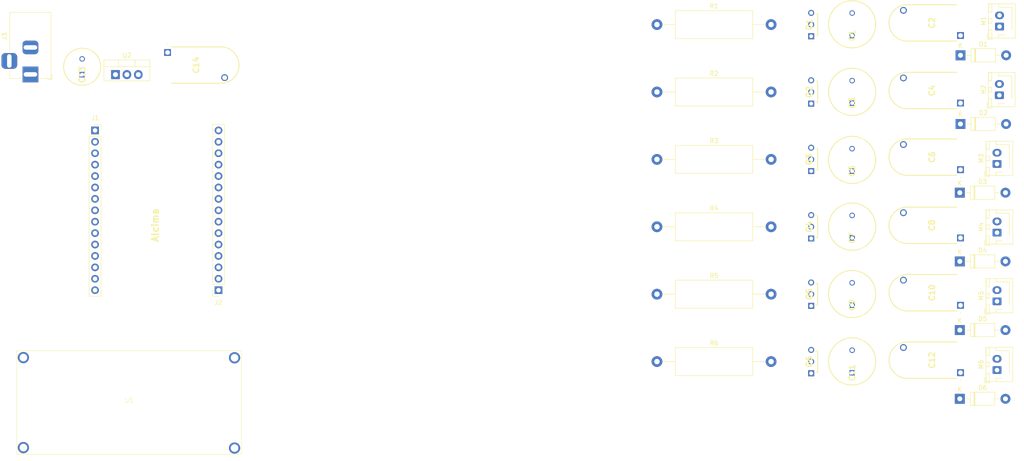
<source format=kicad_pcb>
(kicad_pcb (version 20240108) (generator "pcbnew") (generator_version "8.0")
  (layers (0 "F.Cu" signal) (31 "B.Cu" signal) (34 "B.Paste" user) (35 "F.Paste" user) (36 "B.SilkS" user "B.Silkscreen") (37 "F.SilkS" user "F.Silkscreen") (38 "B.Mask" user) (39 "F.Mask" user) (44 "Edge.Cuts" user))
  (net 0 "")
  (net 1 "VCC7_5")
  (net 2 "GND")
  (net 3 "D13")
  (net 4 "D33")
  (net 5 "D35")
  (net 6 "VDD5")
  (net 7 "EN")
  (net 8 "VN")
  (net 9 "D34")
  (net 10 "VP")
  (net 11 "D12")
  (net 12 "D26")
  (net 13 "D14")
  (net 14 "D25")
  (net 15 "D27")
  (net 16 "D32")
  (net 17 "D16")
  (net 18 "D23")
  (net 19 "D2")
  (net 20 "D19")
  (net 21 "D15")
  (net 22 "D21")
  (net 23 "VDD3_3")
  (net 24 "D4")
  (net 25 "D22")
  (net 26 "TX0")
  (net 27 "D5")
  (net 28 "RX0")
  (net 29 "D18")
  (net 30 "D17")
  (net 31 "Net-(Q1-B)")
  (net 32 "Net-(Q2-B)")
  (net 33 "Net-(Q3-B)")
  (net 34 "Net-(Q4-B)")
  (net 35 "Net-(Q5-B)")
  (net 36 "Net-(Q6-B)")
  (net 37 "VCC12")
  (footprint "470u:CAPPRD500W60D1050H1750" (layer "F.Cu") (at 219.24 46.842 90)
    (property "Reference" "C3" (at 0 0 90) (layer "F.SilkS") (effects (font (size 1.27 1.27) (thickness 0.254))))
    (property "Value" "470uF" (hide yes))
    (pad "1" thru_hole rect (at 0 0 90) (size 1.2 1.2) (drill 0.8) (layers "*.Cu" "*.Mask" "In1.Cu" "In2.Cu" "In3.Cu" "In4.Cu" "In5.Cu" "In6.Cu" "In7.Cu" "In8.Cu" "In9.Cu" "In10.Cu" "In11.Cu" "In12.Cu" "In13.Cu" "In14.Cu" "In15.Cu" "In16.Cu" "In17.Cu" "In18.Cu" "In19.Cu" "In20.Cu" "In21.Cu" "In22.Cu" "In23.Cu" "In24.Cu" "In25.Cu" "In26.Cu" "In27.Cu" "In28.Cu" "In29.Cu" "In30.Cu") (net 1 "VCC7_5"))
    (pad "2" thru_hole circle (at 5 0 90) (size 1.2 1.2) (drill 0.8) (layers "*.Cu" "*.Mask" "In1.Cu" "In2.Cu" "In3.Cu" "In4.Cu" "In5.Cu" "In6.Cu" "In7.Cu" "In8.Cu" "In9.Cu" "In10.Cu" "In11.Cu" "In12.Cu" "In13.Cu" "In14.Cu" "In15.Cu" "In16.Cu" "In17.Cu" "In18.Cu" "In19.Cu" "In20.Cu" "In21.Cu" "In22.Cu" "In23.Cu" "In24.Cu" "In25.Cu" "In26.Cu" "In27.Cu" "In28.Cu" "In29.Cu" "In30.Cu") (net 2 "GND"))
  )
  (footprint "470u:CAPPRD500W60D1050H1750" (layer "F.Cu") (at 219.24 106.842 90)
    (property "Reference" "C11" (at 0 0 90) (layer "F.SilkS") (effects (font (size 1.27 1.27) (thickness 0.254))))
    (property "Value" "470uF" (hide yes))
    (pad "1" thru_hole rect (at 0 0 90) (size 1.2 1.2) (drill 0.8) (layers "*.Cu" "*.Mask" "In1.Cu" "In2.Cu" "In3.Cu" "In4.Cu" "In5.Cu" "In6.Cu" "In7.Cu" "In8.Cu" "In9.Cu" "In10.Cu" "In11.Cu" "In12.Cu" "In13.Cu" "In14.Cu" "In15.Cu" "In16.Cu" "In17.Cu" "In18.Cu" "In19.Cu" "In20.Cu" "In21.Cu" "In22.Cu" "In23.Cu" "In24.Cu" "In25.Cu" "In26.Cu" "In27.Cu" "In28.Cu" "In29.Cu" "In30.Cu") (net 1 "VCC7_5"))
    (pad "2" thru_hole circle (at 5 0 90) (size 1.2 1.2) (drill 0.8) (layers "*.Cu" "*.Mask" "In1.Cu" "In2.Cu" "In3.Cu" "In4.Cu" "In5.Cu" "In6.Cu" "In7.Cu" "In8.Cu" "In9.Cu" "In10.Cu" "In11.Cu" "In12.Cu" "In13.Cu" "In14.Cu" "In15.Cu" "In16.Cu" "In17.Cu" "In18.Cu" "In19.Cu" "In20.Cu" "In21.Cu" "In22.Cu" "In23.Cu" "In24.Cu" "In25.Cu" "In26.Cu" "In27.Cu" "In28.Cu" "In29.Cu" "In30.Cu") (net 2 "GND"))
  )
  (footprint "470u:CAPPRD500W60D1050H1750" (layer "F.Cu") (at 219.24 31.8 90)
    (property "Reference" "C1" (at 0 0 90) (layer "F.SilkS") (effects (font (size 1.27 1.27) (thickness 0.254))))
    (property "Value" "470uF" (hide yes))
    (pad "1" thru_hole rect (at 0 0 90) (size 1.2 1.2) (drill 0.8) (layers "*.Cu" "*.Mask" "In1.Cu" "In2.Cu" "In3.Cu" "In4.Cu" "In5.Cu" "In6.Cu" "In7.Cu" "In8.Cu" "In9.Cu" "In10.Cu" "In11.Cu" "In12.Cu" "In13.Cu" "In14.Cu" "In15.Cu" "In16.Cu" "In17.Cu" "In18.Cu" "In19.Cu" "In20.Cu" "In21.Cu" "In22.Cu" "In23.Cu" "In24.Cu" "In25.Cu" "In26.Cu" "In27.Cu" "In28.Cu" "In29.Cu" "In30.Cu") (net 1 "VCC7_5"))
    (pad "2" thru_hole circle (at 5 0 90) (size 1.2 1.2) (drill 0.8) (layers "*.Cu" "*.Mask" "In1.Cu" "In2.Cu" "In3.Cu" "In4.Cu" "In5.Cu" "In6.Cu" "In7.Cu" "In8.Cu" "In9.Cu" "In10.Cu" "In11.Cu" "In12.Cu" "In13.Cu" "In14.Cu" "In15.Cu" "In16.Cu" "In17.Cu" "In18.Cu" "In19.Cu" "In20.Cu" "In21.Cu" "In22.Cu" "In23.Cu" "In24.Cu" "In25.Cu" "In26.Cu" "In27.Cu" "In28.Cu" "In29.Cu" "In30.Cu") (net 2 "GND"))
  )
  (footprint "Diode_THT:D_DO-41_SOD81_P10.16mm_Horizontal" (layer "F.Cu") (at 243.35 36.204545)
    (property "Reference" "D1" (at 5.08 -2.47 0) (layer "F.SilkS"))
    (property "Value" "1N4007")
    (fp_text user "K" (at 0 -2.1 0) (layer "F.SilkS"))
    (pad "1" thru_hole rect (at 0 0) (size 2.2 2.2) (drill 1.1) (layers "*.Cu" "*.Mask" "In1.Cu" "In2.Cu" "In3.Cu" "In4.Cu" "In5.Cu" "In6.Cu" "In7.Cu" "In8.Cu" "In9.Cu" "In10.Cu" "In11.Cu" "In12.Cu" "In13.Cu" "In14.Cu" "In15.Cu" "In16.Cu" "In17.Cu" "In18.Cu" "In19.Cu" "In20.Cu" "In21.Cu" "In22.Cu" "In23.Cu" "In24.Cu" "In25.Cu" "In26.Cu" "In27.Cu" "In28.Cu" "In29.Cu" "In30.Cu") (net 1 "VCC7_5"))
    (pad "2" thru_hole oval (at 10.16 0) (size 2.2 2.2) (drill 1.1) (layers "*.Cu" "*.Mask" "In1.Cu" "In2.Cu" "In3.Cu" "In4.Cu" "In5.Cu" "In6.Cu" "In7.Cu" "In8.Cu" "In9.Cu" "In10.Cu" "In11.Cu" "In12.Cu" "In13.Cu" "In14.Cu" "In15.Cu" "In16.Cu" "In17.Cu" "In18.Cu" "In19.Cu" "In20.Cu" "In21.Cu" "In22.Cu" "In23.Cu" "In24.Cu" "In25.Cu" "In26.Cu" "In27.Cu" "In28.Cu" "In29.Cu" "In30.Cu") (net 2 "GND"))
  )
  (footprint "Package_TO_SOT_THT:TO-220-3_Vertical" (layer "F.Cu") (at 55.295 40.505)
    (property "Reference" "U2" (at 2.54 -4.27 0) (layer "F.SilkS"))
    (property "Value" "LM7805_TO220")
    (pad "1" thru_hole rect (at 0 0) (size 1.905 2) (drill 1.1) (layers "*.Cu" "*.Mask" "In1.Cu" "In2.Cu" "In3.Cu" "In4.Cu" "In5.Cu" "In6.Cu" "In7.Cu" "In8.Cu" "In9.Cu" "In10.Cu" "In11.Cu" "In12.Cu" "In13.Cu" "In14.Cu" "In15.Cu" "In16.Cu" "In17.Cu" "In18.Cu" "In19.Cu" "In20.Cu" "In21.Cu" "In22.Cu" "In23.Cu" "In24.Cu" "In25.Cu" "In26.Cu" "In27.Cu" "In28.Cu" "In29.Cu" "In30.Cu") (net 37 "VCC12"))
    (pad "2" thru_hole oval (at 2.54 0) (size 1.905 2) (drill 1.1) (layers "*.Cu" "*.Mask" "In1.Cu" "In2.Cu" "In3.Cu" "In4.Cu" "In5.Cu" "In6.Cu" "In7.Cu" "In8.Cu" "In9.Cu" "In10.Cu" "In11.Cu" "In12.Cu" "In13.Cu" "In14.Cu" "In15.Cu" "In16.Cu" "In17.Cu" "In18.Cu" "In19.Cu" "In20.Cu" "In21.Cu" "In22.Cu" "In23.Cu" "In24.Cu" "In25.Cu" "In26.Cu" "In27.Cu" "In28.Cu" "In29.Cu" "In30.Cu") (net 2 "GND"))
    (pad "3" thru_hole oval (at 5.08 0) (size 1.905 2) (drill 1.1) (layers "*.Cu" "*.Mask" "In1.Cu" "In2.Cu" "In3.Cu" "In4.Cu" "In5.Cu" "In6.Cu" "In7.Cu" "In8.Cu" "In9.Cu" "In10.Cu" "In11.Cu" "In12.Cu" "In13.Cu" "In14.Cu" "In15.Cu" "In16.Cu" "In17.Cu" "In18.Cu" "In19.Cu" "In20.Cu" "In21.Cu" "In22.Cu" "In23.Cu" "In24.Cu" "In25.Cu" "In26.Cu" "In27.Cu" "In28.Cu" "In29.Cu" "In30.Cu") (net 6 "VDD5"))
  )
  (footprint "barreljack:BarrelJack_Horizontal" (layer "F.Cu") (at 36.37 40.46 -90)
    (property "Reference" "J3" (at -8.45 5.75 90) (layer "F.SilkS"))
    (property "Value" "Barrel_Jack_Switch")
    (pad "1" thru_hole rect (at 0 0 270) (size 3.5 3.5) (drill oval 1 3) (layers "*.Cu" "*.Mask" "In1.Cu" "In2.Cu" "In3.Cu" "In4.Cu" "In5.Cu" "In6.Cu" "In7.Cu" "In8.Cu" "In9.Cu" "In10.Cu" "In11.Cu" "In12.Cu" "In13.Cu" "In14.Cu" "In15.Cu" "In16.Cu" "In17.Cu" "In18.Cu" "In19.Cu" "In20.Cu" "In21.Cu" "In22.Cu" "In23.Cu" "In24.Cu" "In25.Cu" "In26.Cu" "In27.Cu" "In28.Cu" "In29.Cu" "In30.Cu") (net 37 "VCC12"))
    (pad "2" thru_hole roundrect (at -6 0 270) (size 3 3.5) (drill oval 1 3) (layers "*.Cu" "*.Mask" "In1.Cu" "In2.Cu" "In3.Cu" "In4.Cu" "In5.Cu" "In6.Cu" "In7.Cu" "In8.Cu" "In9.Cu" "In10.Cu" "In11.Cu" "In12.Cu" "In13.Cu" "In14.Cu" "In15.Cu" "In16.Cu" "In17.Cu" "In18.Cu" "In19.Cu" "In20.Cu" "In21.Cu" "In22.Cu" "In23.Cu" "In24.Cu" "In25.Cu" "In26.Cu" "In27.Cu" "In28.Cu" "In29.Cu" "In30.Cu") (net 2 "GND"))
    (pad "3" thru_hole roundrect (at -3 4.7 270) (size 3.5 3.5) (drill oval 3 1) (layers "*.Cu" "*.Mask" "In1.Cu" "In2.Cu" "In3.Cu" "In4.Cu" "In5.Cu" "In6.Cu" "In7.Cu" "In8.Cu" "In9.Cu" "In10.Cu" "In11.Cu" "In12.Cu" "In13.Cu" "In14.Cu" "In15.Cu" "In16.Cu" "In17.Cu" "In18.Cu" "In19.Cu" "In20.Cu" "In21.Cu" "In22.Cu" "In23.Cu" "In24.Cu" "In25.Cu" "In26.Cu" "In27.Cu" "In28.Cu" "In29.Cu" "In30.Cu") (net 2 "GND"))
  )
  (footprint "bc337:BC33716TA" (layer "F.Cu") (at 210.12 76.97 90)
    (property "Reference" "Q4" (at 2.6 -0.41 90) (layer "F.SilkS") (effects (font (size 1.27 1.27) (thickness 0.254))))
    (property "Value" "BC337" (hide yes))
    (pad "1" thru_hole rect (at 0 0 90) (size 1.333 1.333) (drill 0.82) (layers "*.Cu" "*.Mask" "In1.Cu" "In2.Cu" "In3.Cu" "In4.Cu" "In5.Cu" "In6.Cu" "In7.Cu" "In8.Cu" "In9.Cu" "In10.Cu" "In11.Cu" "In12.Cu" "In13.Cu" "In14.Cu" "In15.Cu" "In16.Cu" "In17.Cu" "In18.Cu" "In19.Cu" "In20.Cu" "In21.Cu" "In22.Cu" "In23.Cu" "In24.Cu" "In25.Cu" "In26.Cu" "In27.Cu" "In28.Cu" "In29.Cu" "In30.Cu") (net 1 "VCC7_5"))
    (pad "2" thru_hole circle (at 2.6 0 90) (size 1.333 1.333) (drill 0.82) (layers "*.Cu" "*.Mask" "In1.Cu" "In2.Cu" "In3.Cu" "In4.Cu" "In5.Cu" "In6.Cu" "In7.Cu" "In8.Cu" "In9.Cu" "In10.Cu" "In11.Cu" "In12.Cu" "In13.Cu" "In14.Cu" "In15.Cu" "In16.Cu" "In17.Cu" "In18.Cu" "In19.Cu" "In20.Cu" "In21.Cu" "In22.Cu" "In23.Cu" "In24.Cu" "In25.Cu" "In26.Cu" "In27.Cu" "In28.Cu" "In29.Cu" "In30.Cu") (net 34 "Net-(Q4-B)"))
    (pad "3" thru_hole circle (at 5.2 0 90) (size 1.333 1.333) (drill 0.82) (layers "*.Cu" "*.Mask" "In1.Cu" "In2.Cu" "In3.Cu" "In4.Cu" "In5.Cu" "In6.Cu" "In7.Cu" "In8.Cu" "In9.Cu" "In10.Cu" "In11.Cu" "In12.Cu" "In13.Cu" "In14.Cu" "In15.Cu" "In16.Cu" "In17.Cu" "In18.Cu" "In19.Cu" "In20.Cu" "In21.Cu" "In22.Cu" "In23.Cu" "In24.Cu" "In25.Cu" "In26.Cu" "In27.Cu" "In28.Cu" "In29.Cu" "In30.Cu") (net 2 "GND"))
  )
  (footprint "Resistor_THT:R_Axial_DIN0617_L17.0mm_D6.0mm_P25.40mm_Horizontal" (layer "F.Cu") (at 175.8 89.37)
    (property "Reference" "R5" (at 12.7 -4.12 0) (layer "F.SilkS"))
    (property "Value" "0")
    (pad "1" thru_hole circle (at 0 0) (size 2.4 2.4) (drill 1.2) (layers "*.Cu" "*.Mask" "In1.Cu" "In2.Cu" "In3.Cu" "In4.Cu" "In5.Cu" "In6.Cu" "In7.Cu" "In8.Cu" "In9.Cu" "In10.Cu" "In11.Cu" "In12.Cu" "In13.Cu" "In14.Cu" "In15.Cu" "In16.Cu" "In17.Cu" "In18.Cu" "In19.Cu" "In20.Cu" "In21.Cu" "In22.Cu" "In23.Cu" "In24.Cu" "In25.Cu" "In26.Cu" "In27.Cu" "In28.Cu" "In29.Cu" "In30.Cu") (net 30 "D17"))
    (pad "2" thru_hole oval (at 25.4 0) (size 2.4 2.4) (drill 1.2) (layers "*.Cu" "*.Mask" "In1.Cu" "In2.Cu" "In3.Cu" "In4.Cu" "In5.Cu" "In6.Cu" "In7.Cu" "In8.Cu" "In9.Cu" "In10.Cu" "In11.Cu" "In12.Cu" "In13.Cu" "In14.Cu" "In15.Cu" "In16.Cu" "In17.Cu" "In18.Cu" "In19.Cu" "In20.Cu" "In21.Cu" "In22.Cu" "In23.Cu" "In24.Cu" "In25.Cu" "In26.Cu" "In27.Cu" "In28.Cu" "In29.Cu" "In30.Cu") (net 35 "Net-(Q5-B)"))
  )
  (footprint "Connector_PinSocket_2.54mm:PinSocket_1x15_P2.54mm_Vertical" (layer "F.Cu") (at 50.75 52.922)
    (property "Reference" "J1" (at 0 -2.77 0) (layer "F.SilkS"))
    (property "Value" "Conn_01x15_Socket")
    (pad "1" thru_hole rect (at 0 0) (size 1.7 1.7) (drill 1) (layers "*.Cu" "*.Mask" "In1.Cu" "In2.Cu" "In3.Cu" "In4.Cu" "In5.Cu" "In6.Cu" "In7.Cu" "In8.Cu" "In9.Cu" "In10.Cu" "In11.Cu" "In12.Cu" "In13.Cu" "In14.Cu" "In15.Cu" "In16.Cu" "In17.Cu" "In18.Cu" "In19.Cu" "In20.Cu" "In21.Cu" "In22.Cu" "In23.Cu" "In24.Cu" "In25.Cu" "In26.Cu" "In27.Cu" "In28.Cu" "In29.Cu" "In30.Cu") (net 7 "EN"))
    (pad "2" thru_hole oval (at 0 2.54) (size 1.7 1.7) (drill 1) (layers "*.Cu" "*.Mask" "In1.Cu" "In2.Cu" "In3.Cu" "In4.Cu" "In5.Cu" "In6.Cu" "In7.Cu" "In8.Cu" "In9.Cu" "In10.Cu" "In11.Cu" "In12.Cu" "In13.Cu" "In14.Cu" "In15.Cu" "In16.Cu" "In17.Cu" "In18.Cu" "In19.Cu" "In20.Cu" "In21.Cu" "In22.Cu" "In23.Cu" "In24.Cu" "In25.Cu" "In26.Cu" "In27.Cu" "In28.Cu" "In29.Cu" "In30.Cu") (net 10 "VP"))
    (pad "3" thru_hole oval (at 0 5.08) (size 1.7 1.7) (drill 1) (layers "*.Cu" "*.Mask" "In1.Cu" "In2.Cu" "In3.Cu" "In4.Cu" "In5.Cu" "In6.Cu" "In7.Cu" "In8.Cu" "In9.Cu" "In10.Cu" "In11.Cu" "In12.Cu" "In13.Cu" "In14.Cu" "In15.Cu" "In16.Cu" "In17.Cu" "In18.Cu" "In19.Cu" "In20.Cu" "In21.Cu" "In22.Cu" "In23.Cu" "In24.Cu" "In25.Cu" "In26.Cu" "In27.Cu" "In28.Cu" "In29.Cu" "In30.Cu") (net 8 "VN"))
    (pad "4" thru_hole oval (at 0 7.62) (size 1.7 1.7) (drill 1) (layers "*.Cu" "*.Mask" "In1.Cu" "In2.Cu" "In3.Cu" "In4.Cu" "In5.Cu" "In6.Cu" "In7.Cu" "In8.Cu" "In9.Cu" "In10.Cu" "In11.Cu" "In12.Cu" "In13.Cu" "In14.Cu" "In15.Cu" "In16.Cu" "In17.Cu" "In18.Cu" "In19.Cu" "In20.Cu" "In21.Cu" "In22.Cu" "In23.Cu" "In24.Cu" "In25.Cu" "In26.Cu" "In27.Cu" "In28.Cu" "In29.Cu" "In30.Cu") (net 9 "D34"))
    (pad "5" thru_hole oval (at 0 10.16) (size 1.7 1.7) (drill 1) (layers "*.Cu" "*.Mask" "In1.Cu" "In2.Cu" "In3.Cu" "In4.Cu" "In5.Cu" "In6.Cu" "In7.Cu" "In8.Cu" "In9.Cu" "In10.Cu" "In11.Cu" "In12.Cu" "In13.Cu" "In14.Cu" "In15.Cu" "In16.Cu" "In17.Cu" "In18.Cu" "In19.Cu" "In20.Cu" "In21.Cu" "In22.Cu" "In23.Cu" "In24.Cu" "In25.Cu" "In26.Cu" "In27.Cu" "In28.Cu" "In29.Cu" "In30.Cu") (net 5 "D35"))
    (pad "6" thru_hole oval (at 0 12.7) (size 1.7 1.7) (drill 1) (layers "*.Cu" "*.Mask" "In1.Cu" "In2.Cu" "In3.Cu" "In4.Cu" "In5.Cu" "In6.Cu" "In7.Cu" "In8.Cu" "In9.Cu" "In10.Cu" "In11.Cu" "In12.Cu" "In13.Cu" "In14.Cu" "In15.Cu" "In16.Cu" "In17.Cu" "In18.Cu" "In19.Cu" "In20.Cu" "In21.Cu" "In22.Cu" "In23.Cu" "In24.Cu" "In25.Cu" "In26.Cu" "In27.Cu" "In28.Cu" "In29.Cu" "In30.Cu") (net 16 "D32"))
    (pad "7" thru_hole oval (at 0 15.24) (size 1.7 1.7) (drill 1) (layers "*.Cu" "*.Mask" "In1.Cu" "In2.Cu" "In3.Cu" "In4.Cu" "In5.Cu" "In6.Cu" "In7.Cu" "In8.Cu" "In9.Cu" "In10.Cu" "In11.Cu" "In12.Cu" "In13.Cu" "In14.Cu" "In15.Cu" "In16.Cu" "In17.Cu" "In18.Cu" "In19.Cu" "In20.Cu" "In21.Cu" "In22.Cu" "In23.Cu" "In24.Cu" "In25.Cu" "In26.Cu" "In27.Cu" "In28.Cu" "In29.Cu" "In30.Cu") (net 4 "D33"))
    (pad "8" thru_hole oval (at 0 17.78) (size 1.7 1.7) (drill 1) (layers "*.Cu" "*.Mask" "In1.Cu" "In2.Cu" "In3.Cu" "In4.Cu" "In5.Cu" "In6.Cu" "In7.Cu" "In8.Cu" "In9.Cu" "In10.Cu" "In11.Cu" "In12.Cu" "In13.Cu" "In14.Cu" "In15.Cu" "In16.Cu" "In17.Cu" "In18.Cu" "In19.Cu" "In20.Cu" "In21.Cu" "In22.Cu" "In23.Cu" "In24.Cu" "In25.Cu" "In26.Cu" "In27.Cu" "In28.Cu" "In29.Cu" "In30.Cu") (net 14 "D25"))
    (pad "9" thru_hole oval (at 0 20.32) (size 1.7 1.7) (drill 1) (layers "*.Cu" "*.Mask" "In1.Cu" "In2.Cu" "In3.Cu" "In4.Cu" "In5.Cu" "In6.Cu" "In7.Cu" "In8.Cu" "In9.Cu" "In10.Cu" "In11.Cu" "In12.Cu" "In13.Cu" "In14.Cu" "In15.Cu" "In16.Cu" "In17.Cu" "In18.Cu" "In19.Cu" "In20.Cu" "In21.Cu" "In22.Cu" "In23.Cu" "In24.Cu" "In25.Cu" "In26.Cu" "In27.Cu" "In28.Cu" "In29.Cu" "In30.Cu") (net 12 "D26"))
    (pad "10" thru_hole oval (at 0 22.86) (size 1.7 1.7) (drill 1) (layers "*.Cu" "*.Mask" "In1.Cu" "In2.Cu" "In3.Cu" "In4.Cu" "In5.Cu" "In6.Cu" "In7.Cu" "In8.Cu" "In9.Cu" "In10.Cu" "In11.Cu" "In12.Cu" "In13.Cu" "In14.Cu" "In15.Cu" "In16.Cu" "In17.Cu" "In18.Cu" "In19.Cu" "In20.Cu" "In21.Cu" "In22.Cu" "In23.Cu" "In24.Cu" "In25.Cu" "In26.Cu" "In27.Cu" "In28.Cu" "In29.Cu" "In30.Cu") (net 15 "D27"))
    (pad "11" thru_hole oval (at 0 25.4) (size 1.7 1.7) (drill 1) (layers "*.Cu" "*.Mask" "In1.Cu" "In2.Cu" "In3.Cu" "In4.Cu" "In5.Cu" "In6.Cu" "In7.Cu" "In8.Cu" "In9.Cu" "In10.Cu" "In11.Cu" "In12.Cu" "In13.Cu" "In14.Cu" "In15.Cu" "In16.Cu" "In17.Cu" "In18.Cu" "In19.Cu" "In20.Cu" "In21.Cu" "In22.Cu" "In23.Cu" "In24.Cu" "In25.Cu" "In26.Cu" "In27.Cu" "In28.Cu" "In29.Cu" "In30.Cu") (net 13 "D14"))
    (pad "12" thru_hole oval (at 0 27.94) (size 1.7 1.7) (drill 1) (layers "*.Cu" "*.Mask" "In1.Cu" "In2.Cu" "In3.Cu" "In4.Cu" "In5.Cu" "In6.Cu" "In7.Cu" "In8.Cu" "In9.Cu" "In10.Cu" "In11.Cu" "In12.Cu" "In13.Cu" "In14.Cu" "In15.Cu" "In16.Cu" "In17.Cu" "In18.Cu" "In19.Cu" "In20.Cu" "In21.Cu" "In22.Cu" "In23.Cu" "In24.Cu" "In25.Cu" "In26.Cu" "In27.Cu" "In28.Cu" "In29.Cu" "In30.Cu") (net 11 "D12"))
    (pad "13" thru_hole oval (at 0 30.48) (size 1.7 1.7) (drill 1) (layers "*.Cu" "*.Mask" "In1.Cu" "In2.Cu" "In3.Cu" "In4.Cu" "In5.Cu" "In6.Cu" "In7.Cu" "In8.Cu" "In9.Cu" "In10.Cu" "In11.Cu" "In12.Cu" "In13.Cu" "In14.Cu" "In15.Cu" "In16.Cu" "In17.Cu" "In18.Cu" "In19.Cu" "In20.Cu" "In21.Cu" "In22.Cu" "In23.Cu" "In24.Cu" "In25.Cu" "In26.Cu" "In27.Cu" "In28.Cu" "In29.Cu" "In30.Cu") (net 3 "D13"))
    (pad "14" thru_hole oval (at 0 33.02) (size 1.7 1.7) (drill 1) (layers "*.Cu" "*.Mask" "In1.Cu" "In2.Cu" "In3.Cu" "In4.Cu" "In5.Cu" "In6.Cu" "In7.Cu" "In8.Cu" "In9.Cu" "In10.Cu" "In11.Cu" "In12.Cu" "In13.Cu" "In14.Cu" "In15.Cu" "In16.Cu" "In17.Cu" "In18.Cu" "In19.Cu" "In20.Cu" "In21.Cu" "In22.Cu" "In23.Cu" "In24.Cu" "In25.Cu" "In26.Cu" "In27.Cu" "In28.Cu" "In29.Cu" "In30.Cu") (net 2 "GND"))
    (pad "15" thru_hole oval (at 0 35.56) (size 1.7 1.7) (drill 1) (layers "*.Cu" "*.Mask" "In1.Cu" "In2.Cu" "In3.Cu" "In4.Cu" "In5.Cu" "In6.Cu" "In7.Cu" "In8.Cu" "In9.Cu" "In10.Cu" "In11.Cu" "In12.Cu" "In13.Cu" "In14.Cu" "In15.Cu" "In16.Cu" "In17.Cu" "In18.Cu" "In19.Cu" "In20.Cu" "In21.Cu" "In22.Cu" "In23.Cu" "In24.Cu" "In25.Cu" "In26.Cu" "In27.Cu" "In28.Cu" "In29.Cu" "In30.Cu") (net 6 "VDD5"))
  )
  (footprint "Connector_JST:JST_XH_B2B-XH-AM_1x02_P2.50mm_Vertical" (layer "F.Cu") (at 252.04 29.81 90)
    (property "Reference" "M1" (at 1.25 -3.55 90) (layer "F.SilkS"))
    (property "Value" "Motor_DC")
    (pad "" np_thru_hole circle (at -1.6 2 90) (size 1.2 1.2) (drill 1.2) (layers "*.Cu" "*.Mask" "In1.Cu" "In2.Cu" "In3.Cu" "In4.Cu" "In5.Cu" "In6.Cu" "In7.Cu" "In8.Cu" "In9.Cu" "In10.Cu" "In11.Cu" "In12.Cu" "In13.Cu" "In14.Cu" "In15.Cu" "In16.Cu" "In17.Cu" "In18.Cu" "In19.Cu" "In20.Cu" "In21.Cu" "In22.Cu" "In23.Cu" "In24.Cu" "In25.Cu" "In26.Cu" "In27.Cu" "In28.Cu" "In29.Cu" "In30.Cu"))
    (pad "1" thru_hole roundrect (at 0 0 90) (size 1.7 2) (drill 1) (layers "*.Cu" "*.Mask" "In1.Cu" "In2.Cu" "In3.Cu" "In4.Cu" "In5.Cu" "In6.Cu" "In7.Cu" "In8.Cu" "In9.Cu" "In10.Cu" "In11.Cu" "In12.Cu" "In13.Cu" "In14.Cu" "In15.Cu" "In16.Cu" "In17.Cu" "In18.Cu" "In19.Cu" "In20.Cu" "In21.Cu" "In22.Cu" "In23.Cu" "In24.Cu" "In25.Cu" "In26.Cu" "In27.Cu" "In28.Cu" "In29.Cu" "In30.Cu") (roundrect_rratio 0.147059) (net 1 "VCC7_5"))
    (pad "2" thru_hole oval (at 2.5 0 90) (size 1.7 2) (drill 1) (layers "*.Cu" "*.Mask" "In1.Cu" "In2.Cu" "In3.Cu" "In4.Cu" "In5.Cu" "In6.Cu" "In7.Cu" "In8.Cu" "In9.Cu" "In10.Cu" "In11.Cu" "In12.Cu" "In13.Cu" "In14.Cu" "In15.Cu" "In16.Cu" "In17.Cu" "In18.Cu" "In19.Cu" "In20.Cu" "In21.Cu" "In22.Cu" "In23.Cu" "In24.Cu" "In25.Cu" "In26.Cu" "In27.Cu" "In28.Cu" "In29.Cu" "In30.Cu") (net 2 "GND"))
  )
  (footprint "Diode_THT:D_DO-41_SOD81_P10.16mm_Horizontal" (layer "F.Cu") (at 243.34 51.493635)
    (property "Reference" "D2" (at 5.08 -2.47 0) (layer "F.SilkS"))
    (property "Value" "1N4007")
    (fp_text user "K" (at 0 -2.1 0) (layer "F.SilkS"))
    (pad "1" thru_hole rect (at 0 0) (size 2.2 2.2) (drill 1.1) (layers "*.Cu" "*.Mask" "In1.Cu" "In2.Cu" "In3.Cu" "In4.Cu" "In5.Cu" "In6.Cu" "In7.Cu" "In8.Cu" "In9.Cu" "In10.Cu" "In11.Cu" "In12.Cu" "In13.Cu" "In14.Cu" "In15.Cu" "In16.Cu" "In17.Cu" "In18.Cu" "In19.Cu" "In20.Cu" "In21.Cu" "In22.Cu" "In23.Cu" "In24.Cu" "In25.Cu" "In26.Cu" "In27.Cu" "In28.Cu" "In29.Cu" "In30.Cu") (net 1 "VCC7_5"))
    (pad "2" thru_hole oval (at 10.16 0) (size 2.2 2.2) (drill 1.1) (layers "*.Cu" "*.Mask" "In1.Cu" "In2.Cu" "In3.Cu" "In4.Cu" "In5.Cu" "In6.Cu" "In7.Cu" "In8.Cu" "In9.Cu" "In10.Cu" "In11.Cu" "In12.Cu" "In13.Cu" "In14.Cu" "In15.Cu" "In16.Cu" "In17.Cu" "In18.Cu" "In19.Cu" "In20.Cu" "In21.Cu" "In22.Cu" "In23.Cu" "In24.Cu" "In25.Cu" "In26.Cu" "In27.Cu" "In28.Cu" "In29.Cu" "In30.Cu") (net 2 "GND"))
  )
  (footprint "330u:CAPPRD350W60D825H1300" (layer "F.Cu") (at 47.88 40.505 90)
    (property "Reference" "C13" (at 0 0 90) (layer "F.SilkS") (effects (font (size 1.27 1.27) (thickness 0.254))))
    (property "Value" "0.33uF" (hide yes))
    (pad "1" thru_hole rect (at 0 0 90) (size 1.2 1.2) (drill 0.8) (layers "*.Cu" "*.Mask" "In1.Cu" "In2.Cu" "In3.Cu" "In4.Cu" "In5.Cu" "In6.Cu" "In7.Cu" "In8.Cu" "In9.Cu" "In10.Cu" "In11.Cu" "In12.Cu" "In13.Cu" "In14.Cu" "In15.Cu" "In16.Cu" "In17.Cu" "In18.Cu" "In19.Cu" "In20.Cu" "In21.Cu" "In22.Cu" "In23.Cu" "In24.Cu" "In25.Cu" "In26.Cu" "In27.Cu" "In28.Cu" "In29.Cu" "In30.Cu") (net 37 "VCC12"))
    (pad "2" thru_hole circle (at 3.5 0 90) (size 1.2 1.2) (drill 0.8) (layers "*.Cu" "*.Mask" "In1.Cu" "In2.Cu" "In3.Cu" "In4.Cu" "In5.Cu" "In6.Cu" "In7.Cu" "In8.Cu" "In9.Cu" "In10.Cu" "In11.Cu" "In12.Cu" "In13.Cu" "In14.Cu" "In15.Cu" "In16.Cu" "In17.Cu" "In18.Cu" "In19.Cu" "In20.Cu" "In21.Cu" "In22.Cu" "In23.Cu" "In24.Cu" "In25.Cu" "In26.Cu" "In27.Cu" "In28.Cu" "In29.Cu" "In30.Cu") (net 2 "GND"))
  )
  (footprint "470u:CAPPRD500W60D1050H1750" (layer "F.Cu") (at 219.24 76.842 90)
    (property "Reference" "C7" (at 0 0 90) (layer "F.SilkS") (effects (font (size 1.27 1.27) (thickness 0.254))))
    (property "Value" "470uF" (hide yes))
    (pad "1" thru_hole rect (at 0 0 90) (size 1.2 1.2) (drill 0.8) (layers "*.Cu" "*.Mask" "In1.Cu" "In2.Cu" "In3.Cu" "In4.Cu" "In5.Cu" "In6.Cu" "In7.Cu" "In8.Cu" "In9.Cu" "In10.Cu" "In11.Cu" "In12.Cu" "In13.Cu" "In14.Cu" "In15.Cu" "In16.Cu" "In17.Cu" "In18.Cu" "In19.Cu" "In20.Cu" "In21.Cu" "In22.Cu" "In23.Cu" "In24.Cu" "In25.Cu" "In26.Cu" "In27.Cu" "In28.Cu" "In29.Cu" "In30.Cu") (net 1 "VCC7_5"))
    (pad "2" thru_hole circle (at 5 0 90) (size 1.2 1.2) (drill 0.8) (layers "*.Cu" "*.Mask" "In1.Cu" "In2.Cu" "In3.Cu" "In4.Cu" "In5.Cu" "In6.Cu" "In7.Cu" "In8.Cu" "In9.Cu" "In10.Cu" "In11.Cu" "In12.Cu" "In13.Cu" "In14.Cu" "In15.Cu" "In16.Cu" "In17.Cu" "In18.Cu" "In19.Cu" "In20.Cu" "In21.Cu" "In22.Cu" "In23.Cu" "In24.Cu" "In25.Cu" "In26.Cu" "In27.Cu" "In28.Cu" "In29.Cu" "In30.Cu") (net 2 "GND"))
  )
  (footprint "Diode_THT:D_DO-41_SOD81_P10.16mm_Horizontal" (layer "F.Cu") (at 243.19798 66.782725)
    (property "Reference" "D3" (at 5.08 -2.47 0) (layer "F.SilkS"))
    (property "Value" "1N4007")
    (fp_text user "K" (at 0 -2.1 0) (layer "F.SilkS"))
    (pad "1" thru_hole rect (at 0 0) (size 2.2 2.2) (drill 1.1) (layers "*.Cu" "*.Mask" "In1.Cu" "In2.Cu" "In3.Cu" "In4.Cu" "In5.Cu" "In6.Cu" "In7.Cu" "In8.Cu" "In9.Cu" "In10.Cu" "In11.Cu" "In12.Cu" "In13.Cu" "In14.Cu" "In15.Cu" "In16.Cu" "In17.Cu" "In18.Cu" "In19.Cu" "In20.Cu" "In21.Cu" "In22.Cu" "In23.Cu" "In24.Cu" "In25.Cu" "In26.Cu" "In27.Cu" "In28.Cu" "In29.Cu" "In30.Cu") (net 1 "VCC7_5"))
    (pad "2" thru_hole oval (at 10.16 0) (size 2.2 2.2) (drill 1.1) (layers "*.Cu" "*.Mask" "In1.Cu" "In2.Cu" "In3.Cu" "In4.Cu" "In5.Cu" "In6.Cu" "In7.Cu" "In8.Cu" "In9.Cu" "In10.Cu" "In11.Cu" "In12.Cu" "In13.Cu" "In14.Cu" "In15.Cu" "In16.Cu" "In17.Cu" "In18.Cu" "In19.Cu" "In20.Cu" "In21.Cu" "In22.Cu" "In23.Cu" "In24.Cu" "In25.Cu" "In26.Cu" "In27.Cu" "In28.Cu" "In29.Cu" "In30.Cu") (net 2 "GND"))
  )
  (footprint "Connector_JST:JST_XH_B2B-XH-AM_1x02_P2.50mm_Vertical" (layer "F.Cu") (at 251.48 75.67727 90)
    (property "Reference" "M4" (at 1.25 -3.55 90) (layer "F.SilkS"))
    (property "Value" "Motor_DC")
    (pad "" np_thru_hole circle (at -1.6 2 90) (size 1.2 1.2) (drill 1.2) (layers "*.Cu" "*.Mask" "In1.Cu" "In2.Cu" "In3.Cu" "In4.Cu" "In5.Cu" "In6.Cu" "In7.Cu" "In8.Cu" "In9.Cu" "In10.Cu" "In11.Cu" "In12.Cu" "In13.Cu" "In14.Cu" "In15.Cu" "In16.Cu" "In17.Cu" "In18.Cu" "In19.Cu" "In20.Cu" "In21.Cu" "In22.Cu" "In23.Cu" "In24.Cu" "In25.Cu" "In26.Cu" "In27.Cu" "In28.Cu" "In29.Cu" "In30.Cu"))
    (pad "1" thru_hole roundrect (at 0 0 90) (size 1.7 2) (drill 1) (layers "*.Cu" "*.Mask" "In1.Cu" "In2.Cu" "In3.Cu" "In4.Cu" "In5.Cu" "In6.Cu" "In7.Cu" "In8.Cu" "In9.Cu" "In10.Cu" "In11.Cu" "In12.Cu" "In13.Cu" "In14.Cu" "In15.Cu" "In16.Cu" "In17.Cu" "In18.Cu" "In19.Cu" "In20.Cu" "In21.Cu" "In22.Cu" "In23.Cu" "In24.Cu" "In25.Cu" "In26.Cu" "In27.Cu" "In28.Cu" "In29.Cu" "In30.Cu") (roundrect_rratio 0.147059) (net 1 "VCC7_5"))
    (pad "2" thru_hole oval (at 2.5 0 90) (size 1.7 2) (drill 1) (layers "*.Cu" "*.Mask" "In1.Cu" "In2.Cu" "In3.Cu" "In4.Cu" "In5.Cu" "In6.Cu" "In7.Cu" "In8.Cu" "In9.Cu" "In10.Cu" "In11.Cu" "In12.Cu" "In13.Cu" "In14.Cu" "In15.Cu" "In16.Cu" "In17.Cu" "In18.Cu" "In19.Cu" "In20.Cu" "In21.Cu" "In22.Cu" "In23.Cu" "In24.Cu" "In25.Cu" "In26.Cu" "In27.Cu" "In28.Cu" "In29.Cu" "In30.Cu") (net 2 "GND"))
  )
  (footprint "100u:615R100GAD10" (layer "F.Cu") (at 243.35 31.8 90)
    (property "Reference" "C2" (at 2.8 -6.35 90) (layer "F.SilkS") (effects (font (size 1.27 1.27) (thickness 0.254))))
    (property "Value" "100nF" (hide yes))
    (pad "1" thru_hole rect (at 0 0 90) (size 1.515 1.515) (drill 1.01) (layers "*.Cu" "*.Mask" "In1.Cu" "In2.Cu" "In3.Cu" "In4.Cu" "In5.Cu" "In6.Cu" "In7.Cu" "In8.Cu" "In9.Cu" "In10.Cu" "In11.Cu" "In12.Cu" "In13.Cu" "In14.Cu" "In15.Cu" "In16.Cu" "In17.Cu" "In18.Cu" "In19.Cu" "In20.Cu" "In21.Cu" "In22.Cu" "In23.Cu" "In24.Cu" "In25.Cu" "In26.Cu" "In27.Cu" "In28.Cu" "In29.Cu" "In30.Cu") (net 1 "VCC7_5"))
    (pad "2" thru_hole circle (at 5.6 -12.7 90) (size 1.515 1.515) (drill 1.01) (layers "*.Cu" "*.Mask" "In1.Cu" "In2.Cu" "In3.Cu" "In4.Cu" "In5.Cu" "In6.Cu" "In7.Cu" "In8.Cu" "In9.Cu" "In10.Cu" "In11.Cu" "In12.Cu" "In13.Cu" "In14.Cu" "In15.Cu" "In16.Cu" "In17.Cu" "In18.Cu" "In19.Cu" "In20.Cu" "In21.Cu" "In22.Cu" "In23.Cu" "In24.Cu" "In25.Cu" "In26.Cu" "In27.Cu" "In28.Cu" "In29.Cu" "In30.Cu") (net 2 "GND"))
  )
  (footprint "Diode_THT:D_DO-41_SOD81_P10.16mm_Horizontal" (layer "F.Cu") (at 243.19798 112.65)
    (property "Reference" "D6" (at 5.08 -2.47 0) (layer "F.SilkS"))
    (property "Value" "1N4007")
    (fp_text user "K" (at 0 -2.1 0) (layer "F.SilkS"))
    (pad "1" thru_hole rect (at 0 0) (size 2.2 2.2) (drill 1.1) (layers "*.Cu" "*.Mask" "In1.Cu" "In2.Cu" "In3.Cu" "In4.Cu" "In5.Cu" "In6.Cu" "In7.Cu" "In8.Cu" "In9.Cu" "In10.Cu" "In11.Cu" "In12.Cu" "In13.Cu" "In14.Cu" "In15.Cu" "In16.Cu" "In17.Cu" "In18.Cu" "In19.Cu" "In20.Cu" "In21.Cu" "In22.Cu" "In23.Cu" "In24.Cu" "In25.Cu" "In26.Cu" "In27.Cu" "In28.Cu" "In29.Cu" "In30.Cu") (net 1 "VCC7_5"))
    (pad "2" thru_hole oval (at 10.16 0) (size 2.2 2.2) (drill 1.1) (layers "*.Cu" "*.Mask" "In1.Cu" "In2.Cu" "In3.Cu" "In4.Cu" "In5.Cu" "In6.Cu" "In7.Cu" "In8.Cu" "In9.Cu" "In10.Cu" "In11.Cu" "In12.Cu" "In13.Cu" "In14.Cu" "In15.Cu" "In16.Cu" "In17.Cu" "In18.Cu" "In19.Cu" "In20.Cu" "In21.Cu" "In22.Cu" "In23.Cu" "In24.Cu" "In25.Cu" "In26.Cu" "In27.Cu" "In28.Cu" "In29.Cu" "In30.Cu") (net 2 "GND"))
  )
  (footprint "100u:615R100GAD10" (layer "F.Cu") (at 243.35 61.665959 90)
    (property "Reference" "C6" (at 2.8 -6.35 90) (layer "F.SilkS") (effects (font (size 1.27 1.27) (thickness 0.254))))
    (property "Value" "100nF" (hide yes))
    (pad "1" thru_hole rect (at 0 0 90) (size 1.515 1.515) (drill 1.01) (layers "*.Cu" "*.Mask" "In1.Cu" "In2.Cu" "In3.Cu" "In4.Cu" "In5.Cu" "In6.Cu" "In7.Cu" "In8.Cu" "In9.Cu" "In10.Cu" "In11.Cu" "In12.Cu" "In13.Cu" "In14.Cu" "In15.Cu" "In16.Cu" "In17.Cu" "In18.Cu" "In19.Cu" "In20.Cu" "In21.Cu" "In22.Cu" "In23.Cu" "In24.Cu" "In25.Cu" "In26.Cu" "In27.Cu" "In28.Cu" "In29.Cu" "In30.Cu") (net 1 "VCC7_5"))
    (pad "2" thru_hole circle (at 5.6 -12.7 90) (size 1.515 1.515) (drill 1.01) (layers "*.Cu" "*.Mask" "In1.Cu" "In2.Cu" "In3.Cu" "In4.Cu" "In5.Cu" "In6.Cu" "In7.Cu" "In8.Cu" "In9.Cu" "In10.Cu" "In11.Cu" "In12.Cu" "In13.Cu" "In14.Cu" "In15.Cu" "In16.Cu" "In17.Cu" "In18.Cu" "In19.Cu" "In20.Cu" "In21.Cu" "In22.Cu" "In23.Cu" "In24.Cu" "In25.Cu" "In26.Cu" "In27.Cu" "In28.Cu" "In29.Cu" "In30.Cu") (net 2 "GND"))
  )
  (footprint "Connector_JST:JST_XH_B2B-XH-AM_1x02_P2.50mm_Vertical" (layer "F.Cu") (at 251.48 90.96636 90)
    (property "Reference" "M5" (at 1.25 -3.55 90) (layer "F.SilkS"))
    (property "Value" "Motor_DC")
    (pad "" np_thru_hole circle (at -1.6 2 90) (size 1.2 1.2) (drill 1.2) (layers "*.Cu" "*.Mask" "In1.Cu" "In2.Cu" "In3.Cu" "In4.Cu" "In5.Cu" "In6.Cu" "In7.Cu" "In8.Cu" "In9.Cu" "In10.Cu" "In11.Cu" "In12.Cu" "In13.Cu" "In14.Cu" "In15.Cu" "In16.Cu" "In17.Cu" "In18.Cu" "In19.Cu" "In20.Cu" "In21.Cu" "In22.Cu" "In23.Cu" "In24.Cu" "In25.Cu" "In26.Cu" "In27.Cu" "In28.Cu" "In29.Cu" "In30.Cu"))
    (pad "1" thru_hole roundrect (at 0 0 90) (size 1.7 2) (drill 1) (layers "*.Cu" "*.Mask" "In1.Cu" "In2.Cu" "In3.Cu" "In4.Cu" "In5.Cu" "In6.Cu" "In7.Cu" "In8.Cu" "In9.Cu" "In10.Cu" "In11.Cu" "In12.Cu" "In13.Cu" "In14.Cu" "In15.Cu" "In16.Cu" "In17.Cu" "In18.Cu" "In19.Cu" "In20.Cu" "In21.Cu" "In22.Cu" "In23.Cu" "In24.Cu" "In25.Cu" "In26.Cu" "In27.Cu" "In28.Cu" "In29.Cu" "In30.Cu") (roundrect_rratio 0.147059) (net 1 "VCC7_5"))
    (pad "2" thru_hole oval (at 2.5 0 90) (size 1.7 2) (drill 1) (layers "*.Cu" "*.Mask" "In1.Cu" "In2.Cu" "In3.Cu" "In4.Cu" "In5.Cu" "In6.Cu" "In7.Cu" "In8.Cu" "In9.Cu" "In10.Cu" "In11.Cu" "In12.Cu" "In13.Cu" "In14.Cu" "In15.Cu" "In16.Cu" "In17.Cu" "In18.Cu" "In19.Cu" "In20.Cu" "In21.Cu" "In22.Cu" "In23.Cu" "In24.Cu" "In25.Cu" "In26.Cu" "In27.Cu" "In28.Cu" "In29.Cu" "In30.Cu") (net 2 "GND"))
  )
  (footprint "Resistor_THT:R_Axial_DIN0617_L17.0mm_D6.0mm_P25.40mm_Horizontal" (layer "F.Cu") (at 175.8 44.37)
    (property "Reference" "R2" (at 12.7 -4.12 0) (layer "F.SilkS"))
    (property "Value" "0")
    (pad "1" thru_hole circle (at 0 0) (size 2.4 2.4) (drill 1.2) (layers "*.Cu" "*.Mask" "In1.Cu" "In2.Cu" "In3.Cu" "In4.Cu" "In5.Cu" "In6.Cu" "In7.Cu" "In8.Cu" "In9.Cu" "In10.Cu" "In11.Cu" "In12.Cu" "In13.Cu" "In14.Cu" "In15.Cu" "In16.Cu" "In17.Cu" "In18.Cu" "In19.Cu" "In20.Cu" "In21.Cu" "In22.Cu" "In23.Cu" "In24.Cu" "In25.Cu" "In26.Cu" "In27.Cu" "In28.Cu" "In29.Cu" "In30.Cu") (net 20 "D19"))
    (pad "2" thru_hole oval (at 25.4 0) (size 2.4 2.4) (drill 1.2) (layers "*.Cu" "*.Mask" "In1.Cu" "In2.Cu" "In3.Cu" "In4.Cu" "In5.Cu" "In6.Cu" "In7.Cu" "In8.Cu" "In9.Cu" "In10.Cu" "In11.Cu" "In12.Cu" "In13.Cu" "In14.Cu" "In15.Cu" "In16.Cu" "In17.Cu" "In18.Cu" "In19.Cu" "In20.Cu" "In21.Cu" "In22.Cu" "In23.Cu" "In24.Cu" "In25.Cu" "In26.Cu" "In27.Cu" "In28.Cu" "In29.Cu" "In30.Cu") (net 32 "Net-(Q2-B)"))
  )
  (footprint "bc337:BC33716TA" (layer "F.Cu") (at 210.12 106.97 90)
    (property "Reference" "Q6" (at 2.6 -0.41 90) (layer "F.SilkS") (effects (font (size 1.27 1.27) (thickness 0.254))))
    (property "Value" "BC337" (hide yes))
    (pad "1" thru_hole rect (at 0 0 90) (size 1.333 1.333) (drill 0.82) (layers "*.Cu" "*.Mask" "In1.Cu" "In2.Cu" "In3.Cu" "In4.Cu" "In5.Cu" "In6.Cu" "In7.Cu" "In8.Cu" "In9.Cu" "In10.Cu" "In11.Cu" "In12.Cu" "In13.Cu" "In14.Cu" "In15.Cu" "In16.Cu" "In17.Cu" "In18.Cu" "In19.Cu" "In20.Cu" "In21.Cu" "In22.Cu" "In23.Cu" "In24.Cu" "In25.Cu" "In26.Cu" "In27.Cu" "In28.Cu" "In29.Cu" "In30.Cu") (net 1 "VCC7_5"))
    (pad "2" thru_hole circle (at 2.6 0 90) (size 1.333 1.333) (drill 0.82) (layers "*.Cu" "*.Mask" "In1.Cu" "In2.Cu" "In3.Cu" "In4.Cu" "In5.Cu" "In6.Cu" "In7.Cu" "In8.Cu" "In9.Cu" "In10.Cu" "In11.Cu" "In12.Cu" "In13.Cu" "In14.Cu" "In15.Cu" "In16.Cu" "In17.Cu" "In18.Cu" "In19.Cu" "In20.Cu" "In21.Cu" "In22.Cu" "In23.Cu" "In24.Cu" "In25.Cu" "In26.Cu" "In27.Cu" "In28.Cu" "In29.Cu" "In30.Cu") (net 36 "Net-(Q6-B)"))
    (pad "3" thru_hole circle (at 5.2 0 90) (size 1.333 1.333) (drill 0.82) (layers "*.Cu" "*.Mask" "In1.Cu" "In2.Cu" "In3.Cu" "In4.Cu" "In5.Cu" "In6.Cu" "In7.Cu" "In8.Cu" "In9.Cu" "In10.Cu" "In11.Cu" "In12.Cu" "In13.Cu" "In14.Cu" "In15.Cu" "In16.Cu" "In17.Cu" "In18.Cu" "In19.Cu" "In20.Cu" "In21.Cu" "In22.Cu" "In23.Cu" "In24.Cu" "In25.Cu" "In26.Cu" "In27.Cu" "In28.Cu" "In29.Cu" "In30.Cu") (net 2 "GND"))
  )
  (footprint "Resistor_THT:R_Axial_DIN0617_L17.0mm_D6.0mm_P25.40mm_Horizontal" (layer "F.Cu") (at 175.8 59.37)
    (property "Reference" "R3" (at 12.7 -4.12 0) (layer "F.SilkS"))
    (property "Value" "0")
    (pad "1" thru_hole circle (at 0 0) (size 2.4 2.4) (drill 1.2) (layers "*.Cu" "*.Mask" "In1.Cu" "In2.Cu" "In3.Cu" "In4.Cu" "In5.Cu" "In6.Cu" "In7.Cu" "In8.Cu" "In9.Cu" "In10.Cu" "In11.Cu" "In12.Cu" "In13.Cu" "In14.Cu" "In15.Cu" "In16.Cu" "In17.Cu" "In18.Cu" "In19.Cu" "In20.Cu" "In21.Cu" "In22.Cu" "In23.Cu" "In24.Cu" "In25.Cu" "In26.Cu" "In27.Cu" "In28.Cu" "In29.Cu" "In30.Cu") (net 29 "D18"))
    (pad "2" thru_hole oval (at 25.4 0) (size 2.4 2.4) (drill 1.2) (layers "*.Cu" "*.Mask" "In1.Cu" "In2.Cu" "In3.Cu" "In4.Cu" "In5.Cu" "In6.Cu" "In7.Cu" "In8.Cu" "In9.Cu" "In10.Cu" "In11.Cu" "In12.Cu" "In13.Cu" "In14.Cu" "In15.Cu" "In16.Cu" "In17.Cu" "In18.Cu" "In19.Cu" "In20.Cu" "In21.Cu" "In22.Cu" "In23.Cu" "In24.Cu" "In25.Cu" "In26.Cu" "In27.Cu" "In28.Cu" "In29.Cu" "In30.Cu") (net 33 "Net-(Q3-B)"))
  )
  (footprint "470u:CAPPRD500W60D1050H1750" (layer "F.Cu") (at 219.22 61.98 90)
    (property "Reference" "C5" (at 0 0 90) (layer "F.SilkS") (effects (font (size 1.27 1.27) (thickness 0.254))))
    (property "Value" "470uF" (hide yes))
    (pad "1" thru_hole rect (at 0 0 90) (size 1.2 1.2) (drill 0.8) (layers "*.Cu" "*.Mask" "In1.Cu" "In2.Cu" "In3.Cu" "In4.Cu" "In5.Cu" "In6.Cu" "In7.Cu" "In8.Cu" "In9.Cu" "In10.Cu" "In11.Cu" "In12.Cu" "In13.Cu" "In14.Cu" "In15.Cu" "In16.Cu" "In17.Cu" "In18.Cu" "In19.Cu" "In20.Cu" "In21.Cu" "In22.Cu" "In23.Cu" "In24.Cu" "In25.Cu" "In26.Cu" "In27.Cu" "In28.Cu" "In29.Cu" "In30.Cu") (net 1 "VCC7_5"))
    (pad "2" thru_hole circle (at 5 0 90) (size 1.2 1.2) (drill 0.8) (layers "*.Cu" "*.Mask" "In1.Cu" "In2.Cu" "In3.Cu" "In4.Cu" "In5.Cu" "In6.Cu" "In7.Cu" "In8.Cu" "In9.Cu" "In10.Cu" "In11.Cu" "In12.Cu" "In13.Cu" "In14.Cu" "In15.Cu" "In16.Cu" "In17.Cu" "In18.Cu" "In19.Cu" "In20.Cu" "In21.Cu" "In22.Cu" "In23.Cu" "In24.Cu" "In25.Cu" "In26.Cu" "In27.Cu" "In28.Cu" "In29.Cu" "In30.Cu") (net 2 "GND"))
  )
  (footprint "Connector_JST:JST_XH_B2B-XH-AM_1x02_P2.50mm_Vertical" (layer "F.Cu") (at 252.005 45.09909 90)
    (property "Reference" "M2" (at 1.25 -3.55 90) (layer "F.SilkS"))
    (property "Value" "Motor_DC")
    (pad "" np_thru_hole circle (at -1.6 2 90) (size 1.2 1.2) (drill 1.2) (layers "*.Cu" "*.Mask" "In1.Cu" "In2.Cu" "In3.Cu" "In4.Cu" "In5.Cu" "In6.Cu" "In7.Cu" "In8.Cu" "In9.Cu" "In10.Cu" "In11.Cu" "In12.Cu" "In13.Cu" "In14.Cu" "In15.Cu" "In16.Cu" "In17.Cu" "In18.Cu" "In19.Cu" "In20.Cu" "In21.Cu" "In22.Cu" "In23.Cu" "In24.Cu" "In25.Cu" "In26.Cu" "In27.Cu" "In28.Cu" "In29.Cu" "In30.Cu"))
    (pad "1" thru_hole roundrect (at 0 0 90) (size 1.7 2) (drill 1) (layers "*.Cu" "*.Mask" "In1.Cu" "In2.Cu" "In3.Cu" "In4.Cu" "In5.Cu" "In6.Cu" "In7.Cu" "In8.Cu" "In9.Cu" "In10.Cu" "In11.Cu" "In12.Cu" "In13.Cu" "In14.Cu" "In15.Cu" "In16.Cu" "In17.Cu" "In18.Cu" "In19.Cu" "In20.Cu" "In21.Cu" "In22.Cu" "In23.Cu" "In24.Cu" "In25.Cu" "In26.Cu" "In27.Cu" "In28.Cu" "In29.Cu" "In30.Cu") (roundrect_rratio 0.147059) (net 1 "VCC7_5"))
    (pad "2" thru_hole oval (at 2.5 0 90) (size 1.7 2) (drill 1) (layers "*.Cu" "*.Mask" "In1.Cu" "In2.Cu" "In3.Cu" "In4.Cu" "In5.Cu" "In6.Cu" "In7.Cu" "In8.Cu" "In9.Cu" "In10.Cu" "In11.Cu" "In12.Cu" "In13.Cu" "In14.Cu" "In15.Cu" "In16.Cu" "In17.Cu" "In18.Cu" "In19.Cu" "In20.Cu" "In21.Cu" "In22.Cu" "In23.Cu" "In24.Cu" "In25.Cu" "In26.Cu" "In27.Cu" "In28.Cu" "In29.Cu" "In30.Cu") (net 2 "GND"))
  )
  (footprint "Diode_THT:D_DO-41_SOD81_P10.16mm_Horizontal" (layer "F.Cu") (at 243.19798 97.360905)
    (property "Reference" "D5" (at 5.08 -2.47 0) (layer "F.SilkS"))
    (property "Value" "1N4007")
    (fp_text user "K" (at 0 -2.1 0) (layer "F.SilkS"))
    (pad "1" thru_hole rect (at 0 0) (size 2.2 2.2) (drill 1.1) (layers "*.Cu" "*.Mask" "In1.Cu" "In2.Cu" "In3.Cu" "In4.Cu" "In5.Cu" "In6.Cu" "In7.Cu" "In8.Cu" "In9.Cu" "In10.Cu" "In11.Cu" "In12.Cu" "In13.Cu" "In14.Cu" "In15.Cu" "In16.Cu" "In17.Cu" "In18.Cu" "In19.Cu" "In20.Cu" "In21.Cu" "In22.Cu" "In23.Cu" "In24.Cu" "In25.Cu" "In26.Cu" "In27.Cu" "In28.Cu" "In29.Cu" "In30.Cu") (net 1 "VCC7_5"))
    (pad "2" thru_hole oval (at 10.16 0) (size 2.2 2.2) (drill 1.1) (layers "*.Cu" "*.Mask" "In1.Cu" "In2.Cu" "In3.Cu" "In4.Cu" "In5.Cu" "In6.Cu" "In7.Cu" "In8.Cu" "In9.Cu" "In10.Cu" "In11.Cu" "In12.Cu" "In13.Cu" "In14.Cu" "In15.Cu" "In16.Cu" "In17.Cu" "In18.Cu" "In19.Cu" "In20.Cu" "In21.Cu" "In22.Cu" "In23.Cu" "In24.Cu" "In25.Cu" "In26.Cu" "In27.Cu" "In28.Cu" "In29.Cu" "In30.Cu") (net 2 "GND"))
  )
  (footprint "470u:CAPPRD500W60D1050H1750" (layer "F.Cu") (at 219.24 91.842 90)
    (property "Reference" "C9" (at 0 0 90) (layer "F.SilkS") (effects (font (size 1.27 1.27) (thickness 0.254))))
    (property "Value" "470uF" (hide yes))
    (pad "1" thru_hole rect (at 0 0 90) (size 1.2 1.2) (drill 0.8) (layers "*.Cu" "*.Mask" "In1.Cu" "In2.Cu" "In3.Cu" "In4.Cu" "In5.Cu" "In6.Cu" "In7.Cu" "In8.Cu" "In9.Cu" "In10.Cu" "In11.Cu" "In12.Cu" "In13.Cu" "In14.Cu" "In15.Cu" "In16.Cu" "In17.Cu" "In18.Cu" "In19.Cu" "In20.Cu" "In21.Cu" "In22.Cu" "In23.Cu" "In24.Cu" "In25.Cu" "In26.Cu" "In27.Cu" "In28.Cu" "In29.Cu" "In30.Cu") (net 1 "VCC7_5"))
    (pad "2" thru_hole circle (at 5 0 90) (size 1.2 1.2) (drill 0.8) (layers "*.Cu" "*.Mask" "In1.Cu" "In2.Cu" "In3.Cu" "In4.Cu" "In5.Cu" "In6.Cu" "In7.Cu" "In8.Cu" "In9.Cu" "In10.Cu" "In11.Cu" "In12.Cu" "In13.Cu" "In14.Cu" "In15.Cu" "In16.Cu" "In17.Cu" "In18.Cu" "In19.Cu" "In20.Cu" "In21.Cu" "In22.Cu" "In23.Cu" "In24.Cu" "In25.Cu" "In26.Cu" "In27.Cu" "In28.Cu" "In29.Cu" "In30.Cu") (net 2 "GND"))
  )
  (footprint "bc337:BC33716TA" (layer "F.Cu") (at 210.12 46.97 90)
    (property "Reference" "Q2" (at 2.6 -0.41 90) (layer "F.SilkS") (effects (font (size 1.27 1.27) (thickness 0.254))))
    (property "Value" "BC337" (hide yes))
    (pad "1" thru_hole rect (at 0 0 90) (size 1.333 1.333) (drill 0.82) (layers "*.Cu" "*.Mask" "In1.Cu" "In2.Cu" "In3.Cu" "In4.Cu" "In5.Cu" "In6.Cu" "In7.Cu" "In8.Cu" "In9.Cu" "In10.Cu" "In11.Cu" "In12.Cu" "In13.Cu" "In14.Cu" "In15.Cu" "In16.Cu" "In17.Cu" "In18.Cu" "In19.Cu" "In20.Cu" "In21.Cu" "In22.Cu" "In23.Cu" "In24.Cu" "In25.Cu" "In26.Cu" "In27.Cu" "In28.Cu" "In29.Cu" "In30.Cu") (net 1 "VCC7_5"))
    (pad "2" thru_hole circle (at 2.6 0 90) (size 1.333 1.333) (drill 0.82) (layers "*.Cu" "*.Mask" "In1.Cu" "In2.Cu" "In3.Cu" "In4.Cu" "In5.Cu" "In6.Cu" "In7.Cu" "In8.Cu" "In9.Cu" "In10.Cu" "In11.Cu" "In12.Cu" "In13.Cu" "In14.Cu" "In15.Cu" "In16.Cu" "In17.Cu" "In18.Cu" "In19.Cu" "In20.Cu" "In21.Cu" "In22.Cu" "In23.Cu" "In24.Cu" "In25.Cu" "In26.Cu" "In27.Cu" "In28.Cu" "In29.Cu" "In30.Cu") (net 32 "Net-(Q2-B)"))
    (pad "3" thru_hole circle (at 5.2 0 90) (size 1.333 1.333) (drill 0.82) (layers "*.Cu" "*.Mask" "In1.Cu" "In2.Cu" "In3.Cu" "In4.Cu" "In5.Cu" "In6.Cu" "In7.Cu" "In8.Cu" "In9.Cu" "In10.Cu" "In11.Cu" "In12.Cu" "In13.Cu" "In14.Cu" "In15.Cu" "In16.Cu" "In17.Cu" "In18.Cu" "In19.Cu" "In20.Cu" "In21.Cu" "In22.Cu" "In23.Cu" "In24.Cu" "In25.Cu" "In26.Cu" "In27.Cu" "In28.Cu" "In29.Cu" "In30.Cu") (net 2 "GND"))
  )
  (footprint "lm2596:LM2596_Module" (layer "F.Cu") (at 58.3 113.48)
    (property "Reference" "U1" (at 0 -0.5 0) (layer "F.SilkS") (effects (font (thickness 0.1))))
    (property "Value" "LM2596")
    (pad "1" thru_hole circle (at -23.5 -10) (size 2.5 2.5) (drill 1.7) (layers "*.Cu" "*.Mask" "In1.Cu" "In2.Cu" "In3.Cu" "In4.Cu" "In5.Cu" "In6.Cu" "In7.Cu" "In8.Cu" "In9.Cu" "In10.Cu" "In11.Cu" "In12.Cu" "In13.Cu" "In14.Cu" "In15.Cu" "In16.Cu" "In17.Cu" "In18.Cu" "In19.Cu" "In20.Cu" "In21.Cu" "In22.Cu" "In23.Cu" "In24.Cu" "In25.Cu" "In26.Cu" "In27.Cu" "In28.Cu" "In29.Cu" "In30.Cu") (net 37 "VCC12"))
    (pad "2" thru_hole circle (at -23.495 10.033) (size 2.5 2.5) (drill 1.7) (layers "*.Cu" "*.Mask" "In1.Cu" "In2.Cu" "In3.Cu" "In4.Cu" "In5.Cu" "In6.Cu" "In7.Cu" "In8.Cu" "In9.Cu" "In10.Cu" "In11.Cu" "In12.Cu" "In13.Cu" "In14.Cu" "In15.Cu" "In16.Cu" "In17.Cu" "In18.Cu" "In19.Cu" "In20.Cu" "In21.Cu" "In22.Cu" "In23.Cu" "In24.Cu" "In25.Cu" "In26.Cu" "In27.Cu" "In28.Cu" "In29.Cu" "In30.Cu") (net 2 "GND"))
    (pad "3" thru_hole circle (at 23.495 -9.9568) (size 2.5 2.5) (drill 1.7) (layers "*.Cu" "*.Mask" "In1.Cu" "In2.Cu" "In3.Cu" "In4.Cu" "In5.Cu" "In6.Cu" "In7.Cu" "In8.Cu" "In9.Cu" "In10.Cu" "In11.Cu" "In12.Cu" "In13.Cu" "In14.Cu" "In15.Cu" "In16.Cu" "In17.Cu" "In18.Cu" "In19.Cu" "In20.Cu" "In21.Cu" "In22.Cu" "In23.Cu" "In24.Cu" "In25.Cu" "In26.Cu" "In27.Cu" "In28.Cu" "In29.Cu" "In30.Cu") (net 1 "VCC7_5"))
    (pad "4" thru_hole circle (at 23.495 10.1346) (size 2.5 2.5) (drill 1.7) (layers "*.Cu" "*.Mask" "In1.Cu" "In2.Cu" "In3.Cu" "In4.Cu" "In5.Cu" "In6.Cu" "In7.Cu" "In8.Cu" "In9.Cu" "In10.Cu" "In11.Cu" "In12.Cu" "In13.Cu" "In14.Cu" "In15.Cu" "In16.Cu" "In17.Cu" "In18.Cu" "In19.Cu" "In20.Cu" "In21.Cu" "In22.Cu" "In23.Cu" "In24.Cu" "In25.Cu" "In26.Cu" "In27.Cu" "In28.Cu" "In29.Cu" "In30.Cu") (net 2 "GND"))
  )
  (footprint "bc337:BC33716TA" (layer "F.Cu") (at 210.12 31.97 90)
    (property "Reference" "Q1" (at 2.6 -0.41 90) (layer "F.SilkS") (effects (font (size 1.27 1.27) (thickness 0.254))))
    (property "Value" "BC337" (hide yes))
    (pad "1" thru_hole rect (at 0 0 90) (size 1.333 1.333) (drill 0.82) (layers "*.Cu" "*.Mask" "In1.Cu" "In2.Cu" "In3.Cu" "In4.Cu" "In5.Cu" "In6.Cu" "In7.Cu" "In8.Cu" "In9.Cu" "In10.Cu" "In11.Cu" "In12.Cu" "In13.Cu" "In14.Cu" "In15.Cu" "In16.Cu" "In17.Cu" "In18.Cu" "In19.Cu" "In20.Cu" "In21.Cu" "In22.Cu" "In23.Cu" "In24.Cu" "In25.Cu" "In26.Cu" "In27.Cu" "In28.Cu" "In29.Cu" "In30.Cu") (net 1 "VCC7_5"))
    (pad "2" thru_hole circle (at 2.6 0 90) (size 1.333 1.333) (drill 0.82) (layers "*.Cu" "*.Mask" "In1.Cu" "In2.Cu" "In3.Cu" "In4.Cu" "In5.Cu" "In6.Cu" "In7.Cu" "In8.Cu" "In9.Cu" "In10.Cu" "In11.Cu" "In12.Cu" "In13.Cu" "In14.Cu" "In15.Cu" "In16.Cu" "In17.Cu" "In18.Cu" "In19.Cu" "In20.Cu" "In21.Cu" "In22.Cu" "In23.Cu" "In24.Cu" "In25.Cu" "In26.Cu" "In27.Cu" "In28.Cu" "In29.Cu" "In30.Cu") (net 31 "Net-(Q1-B)"))
    (pad "3" thru_hole circle (at 5.2 0 90) (size 1.333 1.333) (drill 0.82) (layers "*.Cu" "*.Mask" "In1.Cu" "In2.Cu" "In3.Cu" "In4.Cu" "In5.Cu" "In6.Cu" "In7.Cu" "In8.Cu" "In9.Cu" "In10.Cu" "In11.Cu" "In12.Cu" "In13.Cu" "In14.Cu" "In15.Cu" "In16.Cu" "In17.Cu" "In18.Cu" "In19.Cu" "In20.Cu" "In21.Cu" "In22.Cu" "In23.Cu" "In24.Cu" "In25.Cu" "In26.Cu" "In27.Cu" "In28.Cu" "In29.Cu" "In30.Cu") (net 2 "GND"))
  )
  (footprint "Connector_JST:JST_XH_B2B-XH-AM_1x02_P2.50mm_Vertical" (layer "F.Cu") (at 251.48 60.38818 90)
    (property "Reference" "M3" (at 1.25 -3.55 90) (layer "F.SilkS"))
    (property "Value" "Motor_DC")
    (pad "" np_thru_hole circle (at -1.6 2 90) (size 1.2 1.2) (drill 1.2) (layers "*.Cu" "*.Mask" "In1.Cu" "In2.Cu" "In3.Cu" "In4.Cu" "In5.Cu" "In6.Cu" "In7.Cu" "In8.Cu" "In9.Cu" "In10.Cu" "In11.Cu" "In12.Cu" "In13.Cu" "In14.Cu" "In15.Cu" "In16.Cu" "In17.Cu" "In18.Cu" "In19.Cu" "In20.Cu" "In21.Cu" "In22.Cu" "In23.Cu" "In24.Cu" "In25.Cu" "In26.Cu" "In27.Cu" "In28.Cu" "In29.Cu" "In30.Cu"))
    (pad "1" thru_hole roundrect (at 0 0 90) (size 1.7 2) (drill 1) (layers "*.Cu" "*.Mask" "In1.Cu" "In2.Cu" "In3.Cu" "In4.Cu" "In5.Cu" "In6.Cu" "In7.Cu" "In8.Cu" "In9.Cu" "In10.Cu" "In11.Cu" "In12.Cu" "In13.Cu" "In14.Cu" "In15.Cu" "In16.Cu" "In17.Cu" "In18.Cu" "In19.Cu" "In20.Cu" "In21.Cu" "In22.Cu" "In23.Cu" "In24.Cu" "In25.Cu" "In26.Cu" "In27.Cu" "In28.Cu" "In29.Cu" "In30.Cu") (roundrect_rratio 0.147059) (net 1 "VCC7_5"))
    (pad "2" thru_hole oval (at 2.5 0 90) (size 1.7 2) (drill 1) (layers "*.Cu" "*.Mask" "In1.Cu" "In2.Cu" "In3.Cu" "In4.Cu" "In5.Cu" "In6.Cu" "In7.Cu" "In8.Cu" "In9.Cu" "In10.Cu" "In11.Cu" "In12.Cu" "In13.Cu" "In14.Cu" "In15.Cu" "In16.Cu" "In17.Cu" "In18.Cu" "In19.Cu" "In20.Cu" "In21.Cu" "In22.Cu" "In23.Cu" "In24.Cu" "In25.Cu" "In26.Cu" "In27.Cu" "In28.Cu" "In29.Cu" "In30.Cu") (net 2 "GND"))
  )
  (footprint "bc337:BC33716TA" (layer "F.Cu") (at 210.12 61.97 90)
    (property "Reference" "Q3" (at 2.6 -0.41 90) (layer "F.SilkS") (effects (font (size 1.27 1.27) (thickness 0.254))))
    (property "Value" "BC337" (hide yes))
    (pad "1" thru_hole rect (at 0 0 90) (size 1.333 1.333) (drill 0.82) (layers "*.Cu" "*.Mask" "In1.Cu" "In2.Cu" "In3.Cu" "In4.Cu" "In5.Cu" "In6.Cu" "In7.Cu" "In8.Cu" "In9.Cu" "In10.Cu" "In11.Cu" "In12.Cu" "In13.Cu" "In14.Cu" "In15.Cu" "In16.Cu" "In17.Cu" "In18.Cu" "In19.Cu" "In20.Cu" "In21.Cu" "In22.Cu" "In23.Cu" "In24.Cu" "In25.Cu" "In26.Cu" "In27.Cu" "In28.Cu" "In29.Cu" "In30.Cu") (net 1 "VCC7_5"))
    (pad "2" thru_hole circle (at 2.6 0 90) (size 1.333 1.333) (drill 0.82) (layers "*.Cu" "*.Mask" "In1.Cu" "In2.Cu" "In3.Cu" "In4.Cu" "In5.Cu" "In6.Cu" "In7.Cu" "In8.Cu" "In9.Cu" "In10.Cu" "In11.Cu" "In12.Cu" "In13.Cu" "In14.Cu" "In15.Cu" "In16.Cu" "In17.Cu" "In18.Cu" "In19.Cu" "In20.Cu" "In21.Cu" "In22.Cu" "In23.Cu" "In24.Cu" "In25.Cu" "In26.Cu" "In27.Cu" "In28.Cu" "In29.Cu" "In30.Cu") (net 33 "Net-(Q3-B)"))
    (pad "3" thru_hole circle (at 5.2 0 90) (size 1.333 1.333) (drill 0.82) (layers "*.Cu" "*.Mask" "In1.Cu" "In2.Cu" "In3.Cu" "In4.Cu" "In5.Cu" "In6.Cu" "In7.Cu" "In8.Cu" "In9.Cu" "In10.Cu" "In11.Cu" "In12.Cu" "In13.Cu" "In14.Cu" "In15.Cu" "In16.Cu" "In17.Cu" "In18.Cu" "In19.Cu" "In20.Cu" "In21.Cu" "In22.Cu" "In23.Cu" "In24.Cu" "In25.Cu" "In26.Cu" "In27.Cu" "In28.Cu" "In29.Cu" "In30.Cu") (net 2 "GND"))
  )
  (footprint "100u:615R100GAD10" (layer "F.Cu") (at 243.35 76.842 90)
    (property "Reference" "C8" (at 2.8 -6.35 90) (layer "F.SilkS") (effects (font (size 1.27 1.27) (thickness 0.254))))
    (property "Value" "100nF" (hide yes))
    (pad "1" thru_hole rect (at 0 0 90) (size 1.515 1.515) (drill 1.01) (layers "*.Cu" "*.Mask" "In1.Cu" "In2.Cu" "In3.Cu" "In4.Cu" "In5.Cu" "In6.Cu" "In7.Cu" "In8.Cu" "In9.Cu" "In10.Cu" "In11.Cu" "In12.Cu" "In13.Cu" "In14.Cu" "In15.Cu" "In16.Cu" "In17.Cu" "In18.Cu" "In19.Cu" "In20.Cu" "In21.Cu" "In22.Cu" "In23.Cu" "In24.Cu" "In25.Cu" "In26.Cu" "In27.Cu" "In28.Cu" "In29.Cu" "In30.Cu") (net 1 "VCC7_5"))
    (pad "2" thru_hole circle (at 5.6 -12.7 90) (size 1.515 1.515) (drill 1.01) (layers "*.Cu" "*.Mask" "In1.Cu" "In2.Cu" "In3.Cu" "In4.Cu" "In5.Cu" "In6.Cu" "In7.Cu" "In8.Cu" "In9.Cu" "In10.Cu" "In11.Cu" "In12.Cu" "In13.Cu" "In14.Cu" "In15.Cu" "In16.Cu" "In17.Cu" "In18.Cu" "In19.Cu" "In20.Cu" "In21.Cu" "In22.Cu" "In23.Cu" "In24.Cu" "In25.Cu" "In26.Cu" "In27.Cu" "In28.Cu" "In29.Cu" "In30.Cu") (net 2 "GND"))
  )
  (footprint "Connector_JST:JST_XH_B2B-XH-AM_1x02_P2.50mm_Vertical" (layer "F.Cu") (at 251.48 106.25545 90)
    (property "Reference" "M6" (at 1.25 -3.55 90) (layer "F.SilkS"))
    (property "Value" "Motor_DC")
    (pad "" np_thru_hole circle (at -1.6 2 90) (size 1.2 1.2) (drill 1.2) (layers "*.Cu" "*.Mask" "In1.Cu" "In2.Cu" "In3.Cu" "In4.Cu" "In5.Cu" "In6.Cu" "In7.Cu" "In8.Cu" "In9.Cu" "In10.Cu" "In11.Cu" "In12.Cu" "In13.Cu" "In14.Cu" "In15.Cu" "In16.Cu" "In17.Cu" "In18.Cu" "In19.Cu" "In20.Cu" "In21.Cu" "In22.Cu" "In23.Cu" "In24.Cu" "In25.Cu" "In26.Cu" "In27.Cu" "In28.Cu" "In29.Cu" "In30.Cu"))
    (pad "1" thru_hole roundrect (at 0 0 90) (size 1.7 2) (drill 1) (layers "*.Cu" "*.Mask" "In1.Cu" "In2.Cu" "In3.Cu" "In4.Cu" "In5.Cu" "In6.Cu" "In7.Cu" "In8.Cu" "In9.Cu" "In10.Cu" "In11.Cu" "In12.Cu" "In13.Cu" "In14.Cu" "In15.Cu" "In16.Cu" "In17.Cu" "In18.Cu" "In19.Cu" "In20.Cu" "In21.Cu" "In22.Cu" "In23.Cu" "In24.Cu" "In25.Cu" "In26.Cu" "In27.Cu" "In28.Cu" "In29.Cu" "In30.Cu") (roundrect_rratio 0.147059) (net 1 "VCC7_5"))
    (pad "2" thru_hole oval (at 2.5 0 90) (size 1.7 2) (drill 1) (layers "*.Cu" "*.Mask" "In1.Cu" "In2.Cu" "In3.Cu" "In4.Cu" "In5.Cu" "In6.Cu" "In7.Cu" "In8.Cu" "In9.Cu" "In10.Cu" "In11.Cu" "In12.Cu" "In13.Cu" "In14.Cu" "In15.Cu" "In16.Cu" "In17.Cu" "In18.Cu" "In19.Cu" "In20.Cu" "In21.Cu" "In22.Cu" "In23.Cu" "In24.Cu" "In25.Cu" "In26.Cu" "In27.Cu" "In28.Cu" "In29.Cu" "In30.Cu") (net 2 "GND"))
  )
  (footprint "Resistor_THT:R_Axial_DIN0617_L17.0mm_D6.0mm_P25.40mm_Horizontal" (layer "F.Cu") (at 175.8 74.37)
    (property "Reference" "R4" (at 12.7 -4.12 0) (layer "F.SilkS"))
    (property "Value" "0")
    (pad "1" thru_hole circle (at 0 0) (size 2.4 2.4) (drill 1.2) (layers "*.Cu" "*.Mask" "In1.Cu" "In2.Cu" "In3.Cu" "In4.Cu" "In5.Cu" "In6.Cu" "In7.Cu" "In8.Cu" "In9.Cu" "In10.Cu" "In11.Cu" "In12.Cu" "In13.Cu" "In14.Cu" "In15.Cu" "In16.Cu" "In17.Cu" "In18.Cu" "In19.Cu" "In20.Cu" "In21.Cu" "In22.Cu" "In23.Cu" "In24.Cu" "In25.Cu" "In26.Cu" "In27.Cu" "In28.Cu" "In29.Cu" "In30.Cu") (net 27 "D5"))
    (pad "2" thru_hole oval (at 25.4 0) (size 2.4 2.4) (drill 1.2) (layers "*.Cu" "*.Mask" "In1.Cu" "In2.Cu" "In3.Cu" "In4.Cu" "In5.Cu" "In6.Cu" "In7.Cu" "In8.Cu" "In9.Cu" "In10.Cu" "In11.Cu" "In12.Cu" "In13.Cu" "In14.Cu" "In15.Cu" "In16.Cu" "In17.Cu" "In18.Cu" "In19.Cu" "In20.Cu" "In21.Cu" "In22.Cu" "In23.Cu" "In24.Cu" "In25.Cu" "In26.Cu" "In27.Cu" "In28.Cu" "In29.Cu" "In30.Cu") (net 34 "Net-(Q4-B)"))
  )
  (footprint "100u:615R100GAD10" (layer "F.Cu") (at 243.35 106.842 90)
    (property "Reference" "C12" (at 2.8 -6.35 90) (layer "F.SilkS") (effects (font (size 1.27 1.27) (thickness 0.254))))
    (property "Value" "100nF" (hide yes))
    (pad "1" thru_hole rect (at 0 0 90) (size 1.515 1.515) (drill 1.01) (layers "*.Cu" "*.Mask" "In1.Cu" "In2.Cu" "In3.Cu" "In4.Cu" "In5.Cu" "In6.Cu" "In7.Cu" "In8.Cu" "In9.Cu" "In10.Cu" "In11.Cu" "In12.Cu" "In13.Cu" "In14.Cu" "In15.Cu" "In16.Cu" "In17.Cu" "In18.Cu" "In19.Cu" "In20.Cu" "In21.Cu" "In22.Cu" "In23.Cu" "In24.Cu" "In25.Cu" "In26.Cu" "In27.Cu" "In28.Cu" "In29.Cu" "In30.Cu") (net 1 "VCC7_5"))
    (pad "2" thru_hole circle (at 5.6 -12.7 90) (size 1.515 1.515) (drill 1.01) (layers "*.Cu" "*.Mask" "In1.Cu" "In2.Cu" "In3.Cu" "In4.Cu" "In5.Cu" "In6.Cu" "In7.Cu" "In8.Cu" "In9.Cu" "In10.Cu" "In11.Cu" "In12.Cu" "In13.Cu" "In14.Cu" "In15.Cu" "In16.Cu" "In17.Cu" "In18.Cu" "In19.Cu" "In20.Cu" "In21.Cu" "In22.Cu" "In23.Cu" "In24.Cu" "In25.Cu" "In26.Cu" "In27.Cu" "In28.Cu" "In29.Cu" "In30.Cu") (net 2 "GND"))
  )
  (footprint "Resistor_THT:R_Axial_DIN0617_L17.0mm_D6.0mm_P25.40mm_Horizontal" (layer "F.Cu") (at 175.8 29.37)
    (property "Reference" "R1" (at 12.7 -4.12 0) (layer "F.SilkS"))
    (property "Value" "0")
    (pad "1" thru_hole circle (at 0 0) (size 2.4 2.4) (drill 1.2) (layers "*.Cu" "*.Mask" "In1.Cu" "In2.Cu" "In3.Cu" "In4.Cu" "In5.Cu" "In6.Cu" "In7.Cu" "In8.Cu" "In9.Cu" "In10.Cu" "In11.Cu" "In12.Cu" "In13.Cu" "In14.Cu" "In15.Cu" "In16.Cu" "In17.Cu" "In18.Cu" "In19.Cu" "In20.Cu" "In21.Cu" "In22.Cu" "In23.Cu" "In24.Cu" "In25.Cu" "In26.Cu" "In27.Cu" "In28.Cu" "In29.Cu" "In30.Cu") (net 22 "D21"))
    (pad "2" thru_hole oval (at 25.4 0) (size 2.4 2.4) (drill 1.2) (layers "*.Cu" "*.Mask" "In1.Cu" "In2.Cu" "In3.Cu" "In4.Cu" "In5.Cu" "In6.Cu" "In7.Cu" "In8.Cu" "In9.Cu" "In10.Cu" "In11.Cu" "In12.Cu" "In13.Cu" "In14.Cu" "In15.Cu" "In16.Cu" "In17.Cu" "In18.Cu" "In19.Cu" "In20.Cu" "In21.Cu" "In22.Cu" "In23.Cu" "In24.Cu" "In25.Cu" "In26.Cu" "In27.Cu" "In28.Cu" "In29.Cu" "In30.Cu") (net 31 "Net-(Q1-B)"))
  )
  (footprint "100u:615R100GAD10" (layer "F.Cu") (at 243.35 91.842 90)
    (property "Reference" "C10" (at 2.8 -6.35 90) (layer "F.SilkS") (effects (font (size 1.27 1.27) (thickness 0.254))))
    (property "Value" "100nF" (hide yes))
    (pad "1" thru_hole rect (at 0 0 90) (size 1.515 1.515) (drill 1.01) (layers "*.Cu" "*.Mask" "In1.Cu" "In2.Cu" "In3.Cu" "In4.Cu" "In5.Cu" "In6.Cu" "In7.Cu" "In8.Cu" "In9.Cu" "In10.Cu" "In11.Cu" "In12.Cu" "In13.Cu" "In14.Cu" "In15.Cu" "In16.Cu" "In17.Cu" "In18.Cu" "In19.Cu" "In20.Cu" "In21.Cu" "In22.Cu" "In23.Cu" "In24.Cu" "In25.Cu" "In26.Cu" "In27.Cu" "In28.Cu" "In29.Cu" "In30.Cu") (net 1 "VCC7_5"))
    (pad "2" thru_hole circle (at 5.6 -12.7 90) (size 1.515 1.515) (drill 1.01) (layers "*.Cu" "*.Mask" "In1.Cu" "In2.Cu" "In3.Cu" "In4.Cu" "In5.Cu" "In6.Cu" "In7.Cu" "In8.Cu" "In9.Cu" "In10.Cu" "In11.Cu" "In12.Cu" "In13.Cu" "In14.Cu" "In15.Cu" "In16.Cu" "In17.Cu" "In18.Cu" "In19.Cu" "In20.Cu" "In21.Cu" "In22.Cu" "In23.Cu" "In24.Cu" "In25.Cu" "In26.Cu" "In27.Cu" "In28.Cu" "In29.Cu" "In30.Cu") (net 2 "GND"))
  )
  (footprint "bc337:BC33716TA" (layer "F.Cu") (at 210.12 91.97 90)
    (property "Reference" "Q5" (at 2.6 -0.41 90) (layer "F.SilkS") (effects (font (size 1.27 1.27) (thickness 0.254))))
    (property "Value" "BC337" (hide yes))
    (pad "1" thru_hole rect (at 0 0 90) (size 1.333 1.333) (drill 0.82) (layers "*.Cu" "*.Mask" "In1.Cu" "In2.Cu" "In3.Cu" "In4.Cu" "In5.Cu" "In6.Cu" "In7.Cu" "In8.Cu" "In9.Cu" "In10.Cu" "In11.Cu" "In12.Cu" "In13.Cu" "In14.Cu" "In15.Cu" "In16.Cu" "In17.Cu" "In18.Cu" "In19.Cu" "In20.Cu" "In21.Cu" "In22.Cu" "In23.Cu" "In24.Cu" "In25.Cu" "In26.Cu" "In27.Cu" "In28.Cu" "In29.Cu" "In30.Cu") (net 1 "VCC7_5"))
    (pad "2" thru_hole circle (at 2.6 0 90) (size 1.333 1.333) (drill 0.82) (layers "*.Cu" "*.Mask" "In1.Cu" "In2.Cu" "In3.Cu" "In4.Cu" "In5.Cu" "In6.Cu" "In7.Cu" "In8.Cu" "In9.Cu" "In10.Cu" "In11.Cu" "In12.Cu" "In13.Cu" "In14.Cu" "In15.Cu" "In16.Cu" "In17.Cu" "In18.Cu" "In19.Cu" "In20.Cu" "In21.Cu" "In22.Cu" "In23.Cu" "In24.Cu" "In25.Cu" "In26.Cu" "In27.Cu" "In28.Cu" "In29.Cu" "In30.Cu") (net 35 "Net-(Q5-B)"))
    (pad "3" thru_hole circle (at 5.2 0 90) (size 1.333 1.333) (drill 0.82) (layers "*.Cu" "*.Mask" "In1.Cu" "In2.Cu" "In3.Cu" "In4.Cu" "In5.Cu" "In6.Cu" "In7.Cu" "In8.Cu" "In9.Cu" "In10.Cu" "In11.Cu" "In12.Cu" "In13.Cu" "In14.Cu" "In15.Cu" "In16.Cu" "In17.Cu" "In18.Cu" "In19.Cu" "In20.Cu" "In21.Cu" "In22.Cu" "In23.Cu" "In24.Cu" "In25.Cu" "In26.Cu" "In27.Cu" "In28.Cu" "In29.Cu" "In30.Cu") (net 2 "GND"))
  )
  (footprint "Resistor_THT:R_Axial_DIN0617_L17.0mm_D6.0mm_P25.40mm_Horizontal" (layer "F.Cu") (at 175.8 104.37)
    (property "Reference" "R6" (at 12.7 -4.12 0) (layer "F.SilkS"))
    (property "Value" "0")
    (pad "1" thru_hole circle (at 0 0) (size 2.4 2.4) (drill 1.2) (layers "*.Cu" "*.Mask" "In1.Cu" "In2.Cu" "In3.Cu" "In4.Cu" "In5.Cu" "In6.Cu" "In7.Cu" "In8.Cu" "In9.Cu" "In10.Cu" "In11.Cu" "In12.Cu" "In13.Cu" "In14.Cu" "In15.Cu" "In16.Cu" "In17.Cu" "In18.Cu" "In19.Cu" "In20.Cu" "In21.Cu" "In22.Cu" "In23.Cu" "In24.Cu" "In25.Cu" "In26.Cu" "In27.Cu" "In28.Cu" "In29.Cu" "In30.Cu") (net 17 "D16"))
    (pad "2" thru_hole oval (at 25.4 0) (size 2.4 2.4) (drill 1.2) (layers "*.Cu" "*.Mask" "In1.Cu" "In2.Cu" "In3.Cu" "In4.Cu" "In5.Cu" "In6.Cu" "In7.Cu" "In8.Cu" "In9.Cu" "In10.Cu" "In11.Cu" "In12.Cu" "In13.Cu" "In14.Cu" "In15.Cu" "In16.Cu" "In17.Cu" "In18.Cu" "In19.Cu" "In20.Cu" "In21.Cu" "In22.Cu" "In23.Cu" "In24.Cu" "In25.Cu" "In26.Cu" "In27.Cu" "In28.Cu" "In29.Cu" "In30.Cu") (net 36 "Net-(Q6-B)"))
  )
  (footprint "Connector_PinSocket_2.54mm:PinSocket_1x15_P2.54mm_Vertical" (layer "F.Cu") (at 78.225 88.482 180)
    (property "Reference" "J2" (at 0 -2.77 0) (layer "F.SilkS"))
    (property "Value" "Conn_01x15_Socket")
    (pad "1" thru_hole rect (at 0 0 180) (size 1.7 1.7) (drill 1) (layers "*.Cu" "*.Mask" "In1.Cu" "In2.Cu" "In3.Cu" "In4.Cu" "In5.Cu" "In6.Cu" "In7.Cu" "In8.Cu" "In9.Cu" "In10.Cu" "In11.Cu" "In12.Cu" "In13.Cu" "In14.Cu" "In15.Cu" "In16.Cu" "In17.Cu" "In18.Cu" "In19.Cu" "In20.Cu" "In21.Cu" "In22.Cu" "In23.Cu" "In24.Cu" "In25.Cu" "In26.Cu" "In27.Cu" "In28.Cu" "In29.Cu" "In30.Cu") (net 23 "VDD3_3"))
    (pad "2" thru_hole oval (at 0 2.54 180) (size 1.7 1.7) (drill 1) (layers "*.Cu" "*.Mask" "In1.Cu" "In2.Cu" "In3.Cu" "In4.Cu" "In5.Cu" "In6.Cu" "In7.Cu" "In8.Cu" "In9.Cu" "In10.Cu" "In11.Cu" "In12.Cu" "In13.Cu" "In14.Cu" "In15.Cu" "In16.Cu" "In17.Cu" "In18.Cu" "In19.Cu" "In20.Cu" "In21.Cu" "In22.Cu" "In23.Cu" "In24.Cu" "In25.Cu" "In26.Cu" "In27.Cu" "In28.Cu" "In29.Cu" "In30.Cu") (net 2 "GND"))
    (pad "3" thru_hole oval (at 0 5.08 180) (size 1.7 1.7) (drill 1) (layers "*.Cu" "*.Mask" "In1.Cu" "In2.Cu" "In3.Cu" "In4.Cu" "In5.Cu" "In6.Cu" "In7.Cu" "In8.Cu" "In9.Cu" "In10.Cu" "In11.Cu" "In12.Cu" "In13.Cu" "In14.Cu" "In15.Cu" "In16.Cu" "In17.Cu" "In18.Cu" "In19.Cu" "In20.Cu" "In21.Cu" "In22.Cu" "In23.Cu" "In24.Cu" "In25.Cu" "In26.Cu" "In27.Cu" "In28.Cu" "In29.Cu" "In30.Cu") (net 21 "D15"))
    (pad "4" thru_hole oval (at 0 7.62 180) (size 1.7 1.7) (drill 1) (layers "*.Cu" "*.Mask" "In1.Cu" "In2.Cu" "In3.Cu" "In4.Cu" "In5.Cu" "In6.Cu" "In7.Cu" "In8.Cu" "In9.Cu" "In10.Cu" "In11.Cu" "In12.Cu" "In13.Cu" "In14.Cu" "In15.Cu" "In16.Cu" "In17.Cu" "In18.Cu" "In19.Cu" "In20.Cu" "In21.Cu" "In22.Cu" "In23.Cu" "In24.Cu" "In25.Cu" "In26.Cu" "In27.Cu" "In28.Cu" "In29.Cu" "In30.Cu") (net 19 "D2"))
    (pad "5" thru_hole oval (at 0 10.16 180) (size 1.7 1.7) (drill 1) (layers "*.Cu" "*.Mask" "In1.Cu" "In2.Cu" "In3.Cu" "In4.Cu" "In5.Cu" "In6.Cu" "In7.Cu" "In8.Cu" "In9.Cu" "In10.Cu" "In11.Cu" "In12.Cu" "In13.Cu" "In14.Cu" "In15.Cu" "In16.Cu" "In17.Cu" "In18.Cu" "In19.Cu" "In20.Cu" "In21.Cu" "In22.Cu" "In23.Cu" "In24.Cu" "In25.Cu" "In26.Cu" "In27.Cu" "In28.Cu" "In29.Cu" "In30.Cu") (net 24 "D4"))
    (pad "6" thru_hole oval (at 0 12.7 180) (size 1.7 1.7) (drill 1) (layers "*.Cu" "*.Mask" "In1.Cu" "In2.Cu" "In3.Cu" "In4.Cu" "In5.Cu" "In6.Cu" "In7.Cu" "In8.Cu" "In9.Cu" "In10.Cu" "In11.Cu" "In12.Cu" "In13.Cu" "In14.Cu" "In15.Cu" "In16.Cu" "In17.Cu" "In18.Cu" "In19.Cu" "In20.Cu" "In21.Cu" "In22.Cu" "In23.Cu" "In24.Cu" "In25.Cu" "In26.Cu" "In27.Cu" "In28.Cu" "In29.Cu" "In30.Cu") (net 17 "D16"))
    (pad "7" thru_hole oval (at 0 15.24 180) (size 1.7 1.7) (drill 1) (layers "*.Cu" "*.Mask" "In1.Cu" "In2.Cu" "In3.Cu" "In4.Cu" "In5.Cu" "In6.Cu" "In7.Cu" "In8.Cu" "In9.Cu" "In10.Cu" "In11.Cu" "In12.Cu" "In13.Cu" "In14.Cu" "In15.Cu" "In16.Cu" "In17.Cu" "In18.Cu" "In19.Cu" "In20.Cu" "In21.Cu" "In22.Cu" "In23.Cu" "In24.Cu" "In25.Cu" "In26.Cu" "In27.Cu" "In28.Cu" "In29.Cu" "In30.Cu") (net 30 "D17"))
    (pad "8" thru_hole oval (at 0 17.78 180) (size 1.7 1.7) (drill 1) (layers "*.Cu" "*.Mask" "In1.Cu" "In2.Cu" "In3.Cu" "In4.Cu" "In5.Cu" "In6.Cu" "In7.Cu" "In8.Cu" "In9.Cu" "In10.Cu" "In11.Cu" "In12.Cu" "In13.Cu" "In14.Cu" "In15.Cu" "In16.Cu" "In17.Cu" "In18.Cu" "In19.Cu" "In20.Cu" "In21.Cu" "In22.Cu" "In23.Cu" "In24.Cu" "In25.Cu" "In26.Cu" "In27.Cu" "In28.Cu" "In29.Cu" "In30.Cu") (net 27 "D5"))
    (pad "9" thru_hole oval (at 0 20.32 180) (size 1.7 1.7) (drill 1) (layers "*.Cu" "*.Mask" "In1.Cu" "In2.Cu" "In3.Cu" "In4.Cu" "In5.Cu" "In6.Cu" "In7.Cu" "In8.Cu" "In9.Cu" "In10.Cu" "In11.Cu" "In12.Cu" "In13.Cu" "In14.Cu" "In15.Cu" "In16.Cu" "In17.Cu" "In18.Cu" "In19.Cu" "In20.Cu" "In21.Cu" "In22.Cu" "In23.Cu" "In24.Cu" "In25.Cu" "In26.Cu" "In27.Cu" "In28.Cu" "In29.Cu" "In30.Cu") (net 29 "D18"))
    (pad "10" thru_hole oval (at 0 22.86 180) (size 1.7 1.7) (drill 1) (layers "*.Cu" "*.Mask" "In1.Cu" "In2.Cu" "In3.Cu" "In4.Cu" "In5.Cu" "In6.Cu" "In7.Cu" "In8.Cu" "In9.Cu" "In10.Cu" "In11.Cu" "In12.Cu" "In13.Cu" "In14.Cu" "In15.Cu" "In16.Cu" "In17.Cu" "In18.Cu" "In19.Cu" "In20.Cu" "In21.Cu" "In22.Cu" "In23.Cu" "In24.Cu" "In25.Cu" "In26.Cu" "In27.Cu" "In28.Cu" "In29.Cu" "In30.Cu") (net 20 "D19"))
    (pad "11" thru_hole oval (at 0 25.4 180) (size 1.7 1.7) (drill 1) (layers "*.Cu" "*.Mask" "In1.Cu" "In2.Cu" "In3.Cu" "In4.Cu" "In5.Cu" "In6.Cu" "In7.Cu" "In8.Cu" "In9.Cu" "In10.Cu" "In11.Cu" "In12.Cu" "In13.Cu" "In14.Cu" "In15.Cu" "In16.Cu" "In17.Cu" "In18.Cu" "In19.Cu" "In20.Cu" "In21.Cu" "In22.Cu" "In23.Cu" "In24.Cu" "In25.Cu" "In26.Cu" "In27.Cu" "In28.Cu" "In29.Cu" "In30.Cu") (net 22 "D21"))
    (pad "12" thru_hole oval (at 0 27.94 180) (size 1.7 1.7) (drill 1) (layers "*.Cu" "*.Mask" "In1.Cu" "In2.Cu" "In3.Cu" "In4.Cu" "In5.Cu" "In6.Cu" "In7.Cu" "In8.Cu" "In9.Cu" "In10.Cu" "In11.Cu" "In12.Cu" "In13.Cu" "In14.Cu" "In15.Cu" "In16.Cu" "In17.Cu" "In18.Cu" "In19.Cu" "In20.Cu" "In21.Cu" "In22.Cu" "In23.Cu" "In24.Cu" "In25.Cu" "In26.Cu" "In27.Cu" "In28.Cu" "In29.Cu" "In30.Cu") (net 28 "RX0"))
    (pad "13" thru_hole oval (at 0 30.48 180) (size 1.7 1.7) (drill 1) (layers "*.Cu" "*.Mask" "In1.Cu" "In2.Cu" "In3.Cu" "In4.Cu" "In5.Cu" "In6.Cu" "In7.Cu" "In8.Cu" "In9.Cu" "In10.Cu" "In11.Cu" "In12.Cu" "In13.Cu" "In14.Cu" "In15.Cu" "In16.Cu" "In17.Cu" "In18.Cu" "In19.Cu" "In20.Cu" "In21.Cu" "In22.Cu" "In23.Cu" "In24.Cu" "In25.Cu" "In26.Cu" "In27.Cu" "In28.Cu" "In29.Cu" "In30.Cu") (net 26 "TX0"))
    (pad "14" thru_hole oval (at 0 33.02 180) (size 1.7 1.7) (drill 1) (layers "*.Cu" "*.Mask" "In1.Cu" "In2.Cu" "In3.Cu" "In4.Cu" "In5.Cu" "In6.Cu" "In7.Cu" "In8.Cu" "In9.Cu" "In10.Cu" "In11.Cu" "In12.Cu" "In13.Cu" "In14.Cu" "In15.Cu" "In16.Cu" "In17.Cu" "In18.Cu" "In19.Cu" "In20.Cu" "In21.Cu" "In22.Cu" "In23.Cu" "In24.Cu" "In25.Cu" "In26.Cu" "In27.Cu" "In28.Cu" "In29.Cu" "In30.Cu") (net 25 "D22"))
    (pad "15" thru_hole oval (at 0 35.56 180) (size 1.7 1.7) (drill 1) (layers "*.Cu" "*.Mask" "In1.Cu" "In2.Cu" "In3.Cu" "In4.Cu" "In5.Cu" "In6.Cu" "In7.Cu" "In8.Cu" "In9.Cu" "In10.Cu" "In11.Cu" "In12.Cu" "In13.Cu" "In14.Cu" "In15.Cu" "In16.Cu" "In17.Cu" "In18.Cu" "In19.Cu" "In20.Cu" "In21.Cu" "In22.Cu" "In23.Cu" "In24.Cu" "In25.Cu" "In26.Cu" "In27.Cu" "In28.Cu" "In29.Cu" "In30.Cu") (net 18 "D23"))
  )
  (footprint "Diode_THT:D_DO-41_SOD81_P10.16mm_Horizontal" (layer "F.Cu") (at 243.19798 82.071815)
    (property "Reference" "D4" (at 5.08 -2.47 0) (layer "F.SilkS"))
    (property "Value" "1N4007")
    (fp_text user "K" (at 0 -2.1 0) (layer "F.SilkS"))
    (pad "1" thru_hole rect (at 0 0) (size 2.2 2.2) (drill 1.1) (layers "*.Cu" "*.Mask" "In1.Cu" "In2.Cu" "In3.Cu" "In4.Cu" "In5.Cu" "In6.Cu" "In7.Cu" "In8.Cu" "In9.Cu" "In10.Cu" "In11.Cu" "In12.Cu" "In13.Cu" "In14.Cu" "In15.Cu" "In16.Cu" "In17.Cu" "In18.Cu" "In19.Cu" "In20.Cu" "In21.Cu" "In22.Cu" "In23.Cu" "In24.Cu" "In25.Cu" "In26.Cu" "In27.Cu" "In28.Cu" "In29.Cu" "In30.Cu") (net 1 "VCC7_5"))
    (pad "2" thru_hole oval (at 10.16 0) (size 2.2 2.2) (drill 1.1) (layers "*.Cu" "*.Mask" "In1.Cu" "In2.Cu" "In3.Cu" "In4.Cu" "In5.Cu" "In6.Cu" "In7.Cu" "In8.Cu" "In9.Cu" "In10.Cu" "In11.Cu" "In12.Cu" "In13.Cu" "In14.Cu" "In15.Cu" "In16.Cu" "In17.Cu" "In18.Cu" "In19.Cu" "In20.Cu" "In21.Cu" "In22.Cu" "In23.Cu" "In24.Cu" "In25.Cu" "In26.Cu" "In27.Cu" "In28.Cu" "In29.Cu" "In30.Cu") (net 2 "GND"))
  )
  (footprint "100u:615R100GAD10" (layer "F.Cu") (at 243.35 46.842 90)
    (property "Reference" "C4" (at 2.8 -6.35 90) (layer "F.SilkS") (effects (font (size 1.27 1.27) (thickness 0.254))))
    (property "Value" "100nF" (hide yes))
    (pad "1" thru_hole rect (at 0 0 90) (size 1.515 1.515) (drill 1.01) (layers "*.Cu" "*.Mask" "In1.Cu" "In2.Cu" "In3.Cu" "In4.Cu" "In5.Cu" "In6.Cu" "In7.Cu" "In8.Cu" "In9.Cu" "In10.Cu" "In11.Cu" "In12.Cu" "In13.Cu" "In14.Cu" "In15.Cu" "In16.Cu" "In17.Cu" "In18.Cu" "In19.Cu" "In20.Cu" "In21.Cu" "In22.Cu" "In23.Cu" "In24.Cu" "In25.Cu" "In26.Cu" "In27.Cu" "In28.Cu" "In29.Cu" "In30.Cu") (net 1 "VCC7_5"))
    (pad "2" thru_hole circle (at 5.6 -12.7 90) (size 1.515 1.515) (drill 1.01) (layers "*.Cu" "*.Mask" "In1.Cu" "In2.Cu" "In3.Cu" "In4.Cu" "In5.Cu" "In6.Cu" "In7.Cu" "In8.Cu" "In9.Cu" "In10.Cu" "In11.Cu" "In12.Cu" "In13.Cu" "In14.Cu" "In15.Cu" "In16.Cu" "In17.Cu" "In18.Cu" "In19.Cu" "In20.Cu" "In21.Cu" "In22.Cu" "In23.Cu" "In24.Cu" "In25.Cu" "In26.Cu" "In27.Cu" "In28.Cu" "In29.Cu" "In30.Cu") (net 2 "GND"))
  )
  (footprint "100u:615R100GAD10" (layer "F.Cu") (at 66.89 35.58 -90)
    (property "Reference" "C14" (at 2.8 -6.35 90) (layer "F.SilkS") (effects (font (size 1.27 1.27) (thickness 0.254))))
    (property "Value" "0.1uF" (hide yes))
    (pad "1" thru_hole rect (at 0 0 270) (size 1.515 1.515) (drill 1.01) (layers "*.Cu" "*.Mask" "In1.Cu" "In2.Cu" "In3.Cu" "In4.Cu" "In5.Cu" "In6.Cu" "In7.Cu" "In8.Cu" "In9.Cu" "In10.Cu" "In11.Cu" "In12.Cu" "In13.Cu" "In14.Cu" "In15.Cu" "In16.Cu" "In17.Cu" "In18.Cu" "In19.Cu" "In20.Cu" "In21.Cu" "In22.Cu" "In23.Cu" "In24.Cu" "In25.Cu" "In26.Cu" "In27.Cu" "In28.Cu" "In29.Cu" "In30.Cu") (net 6 "VDD5"))
    (pad "2" thru_hole circle (at 5.6 -12.7 270) (size 1.515 1.515) (drill 1.01) (layers "*.Cu" "*.Mask" "In1.Cu" "In2.Cu" "In3.Cu" "In4.Cu" "In5.Cu" "In6.Cu" "In7.Cu" "In8.Cu" "In9.Cu" "In10.Cu" "In11.Cu" "In12.Cu" "In13.Cu" "In14.Cu" "In15.Cu" "In16.Cu" "In17.Cu" "In18.Cu" "In19.Cu" "In20.Cu" "In21.Cu" "In22.Cu" "In23.Cu" "In24.Cu" "In25.Cu" "In26.Cu" "In27.Cu" "In28.Cu" "In29.Cu" "In30.Cu") (net 2 "GND"))
  )
  (gr_text "Alcima\n" (at 65.03 77.91 90) (layer "F.SilkS") (effects (font (size 1.5 1.5) (thickness 0.3) (bold yes)) (justify left bottom)))
)
</source>
